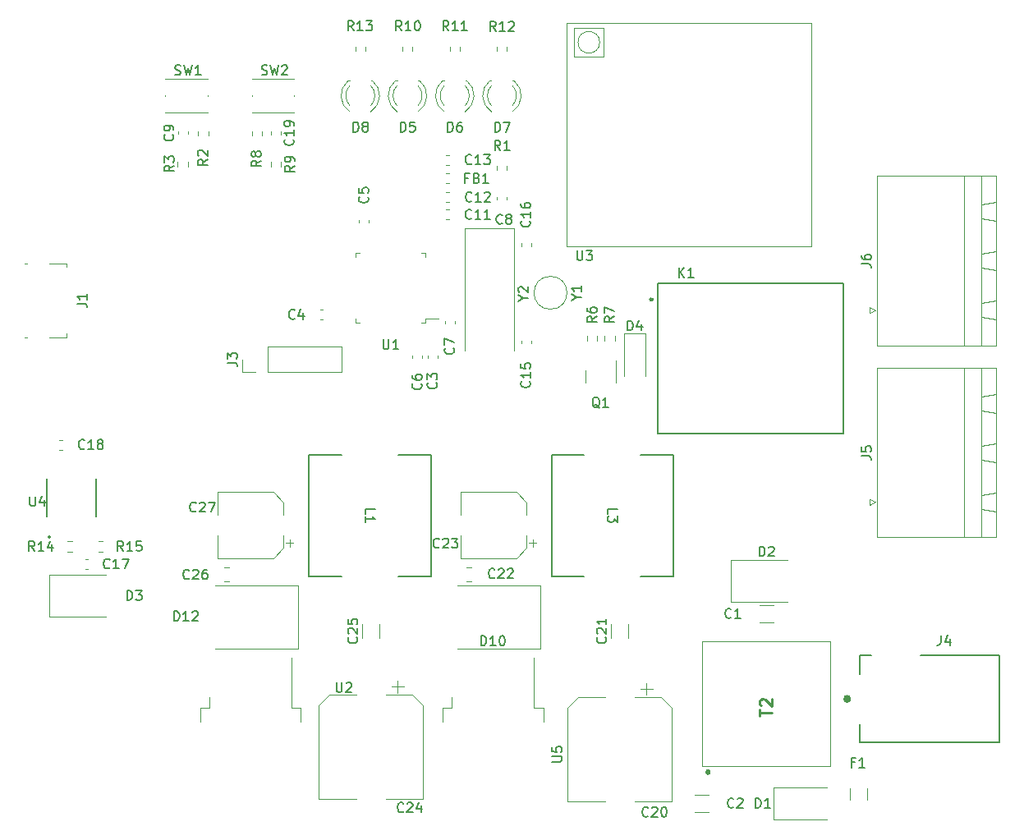
<source format=gbr>
%TF.GenerationSoftware,KiCad,Pcbnew,7.0.1*%
%TF.CreationDate,2023-05-03T11:58:35+03:00*%
%TF.ProjectId,damlama,64616d6c-616d-4612-9e6b-696361645f70,rev?*%
%TF.SameCoordinates,Original*%
%TF.FileFunction,Legend,Top*%
%TF.FilePolarity,Positive*%
%FSLAX46Y46*%
G04 Gerber Fmt 4.6, Leading zero omitted, Abs format (unit mm)*
G04 Created by KiCad (PCBNEW 7.0.1) date 2023-05-03 11:58:35*
%MOMM*%
%LPD*%
G01*
G04 APERTURE LIST*
%ADD10C,0.150000*%
%ADD11C,0.254000*%
%ADD12C,0.120000*%
%ADD13C,0.152400*%
%ADD14C,0.127000*%
%ADD15C,0.400000*%
%ADD16C,0.500000*%
%ADD17C,0.100000*%
%ADD18C,0.300000*%
%ADD19C,0.200000*%
G04 APERTURE END LIST*
D10*
%TO.C,R15*%
X91559142Y-110952619D02*
X91225809Y-110476428D01*
X90987714Y-110952619D02*
X90987714Y-109952619D01*
X90987714Y-109952619D02*
X91368666Y-109952619D01*
X91368666Y-109952619D02*
X91463904Y-110000238D01*
X91463904Y-110000238D02*
X91511523Y-110047857D01*
X91511523Y-110047857D02*
X91559142Y-110143095D01*
X91559142Y-110143095D02*
X91559142Y-110285952D01*
X91559142Y-110285952D02*
X91511523Y-110381190D01*
X91511523Y-110381190D02*
X91463904Y-110428809D01*
X91463904Y-110428809D02*
X91368666Y-110476428D01*
X91368666Y-110476428D02*
X90987714Y-110476428D01*
X92511523Y-110952619D02*
X91940095Y-110952619D01*
X92225809Y-110952619D02*
X92225809Y-109952619D01*
X92225809Y-109952619D02*
X92130571Y-110095476D01*
X92130571Y-110095476D02*
X92035333Y-110190714D01*
X92035333Y-110190714D02*
X91940095Y-110238333D01*
X93416285Y-109952619D02*
X92940095Y-109952619D01*
X92940095Y-109952619D02*
X92892476Y-110428809D01*
X92892476Y-110428809D02*
X92940095Y-110381190D01*
X92940095Y-110381190D02*
X93035333Y-110333571D01*
X93035333Y-110333571D02*
X93273428Y-110333571D01*
X93273428Y-110333571D02*
X93368666Y-110381190D01*
X93368666Y-110381190D02*
X93416285Y-110428809D01*
X93416285Y-110428809D02*
X93463904Y-110524047D01*
X93463904Y-110524047D02*
X93463904Y-110762142D01*
X93463904Y-110762142D02*
X93416285Y-110857380D01*
X93416285Y-110857380D02*
X93368666Y-110905000D01*
X93368666Y-110905000D02*
X93273428Y-110952619D01*
X93273428Y-110952619D02*
X93035333Y-110952619D01*
X93035333Y-110952619D02*
X92940095Y-110905000D01*
X92940095Y-110905000D02*
X92892476Y-110857380D01*
%TO.C,Q1*%
X140664761Y-96202857D02*
X140569523Y-96155238D01*
X140569523Y-96155238D02*
X140474285Y-96060000D01*
X140474285Y-96060000D02*
X140331428Y-95917142D01*
X140331428Y-95917142D02*
X140236190Y-95869523D01*
X140236190Y-95869523D02*
X140140952Y-95869523D01*
X140188571Y-96107619D02*
X140093333Y-96060000D01*
X140093333Y-96060000D02*
X139998095Y-95964761D01*
X139998095Y-95964761D02*
X139950476Y-95774285D01*
X139950476Y-95774285D02*
X139950476Y-95440952D01*
X139950476Y-95440952D02*
X139998095Y-95250476D01*
X139998095Y-95250476D02*
X140093333Y-95155238D01*
X140093333Y-95155238D02*
X140188571Y-95107619D01*
X140188571Y-95107619D02*
X140379047Y-95107619D01*
X140379047Y-95107619D02*
X140474285Y-95155238D01*
X140474285Y-95155238D02*
X140569523Y-95250476D01*
X140569523Y-95250476D02*
X140617142Y-95440952D01*
X140617142Y-95440952D02*
X140617142Y-95774285D01*
X140617142Y-95774285D02*
X140569523Y-95964761D01*
X140569523Y-95964761D02*
X140474285Y-96060000D01*
X140474285Y-96060000D02*
X140379047Y-96107619D01*
X140379047Y-96107619D02*
X140188571Y-96107619D01*
X141569523Y-96107619D02*
X140998095Y-96107619D01*
X141283809Y-96107619D02*
X141283809Y-95107619D01*
X141283809Y-95107619D02*
X141188571Y-95250476D01*
X141188571Y-95250476D02*
X141093333Y-95345714D01*
X141093333Y-95345714D02*
X140998095Y-95393333D01*
%TO.C,U5*%
X135773119Y-132674404D02*
X136582642Y-132674404D01*
X136582642Y-132674404D02*
X136677880Y-132626785D01*
X136677880Y-132626785D02*
X136725500Y-132579166D01*
X136725500Y-132579166D02*
X136773119Y-132483928D01*
X136773119Y-132483928D02*
X136773119Y-132293452D01*
X136773119Y-132293452D02*
X136725500Y-132198214D01*
X136725500Y-132198214D02*
X136677880Y-132150595D01*
X136677880Y-132150595D02*
X136582642Y-132102976D01*
X136582642Y-132102976D02*
X135773119Y-132102976D01*
X135773119Y-131150595D02*
X135773119Y-131626785D01*
X135773119Y-131626785D02*
X136249309Y-131674404D01*
X136249309Y-131674404D02*
X136201690Y-131626785D01*
X136201690Y-131626785D02*
X136154071Y-131531547D01*
X136154071Y-131531547D02*
X136154071Y-131293452D01*
X136154071Y-131293452D02*
X136201690Y-131198214D01*
X136201690Y-131198214D02*
X136249309Y-131150595D01*
X136249309Y-131150595D02*
X136344547Y-131102976D01*
X136344547Y-131102976D02*
X136582642Y-131102976D01*
X136582642Y-131102976D02*
X136677880Y-131150595D01*
X136677880Y-131150595D02*
X136725500Y-131198214D01*
X136725500Y-131198214D02*
X136773119Y-131293452D01*
X136773119Y-131293452D02*
X136773119Y-131531547D01*
X136773119Y-131531547D02*
X136725500Y-131626785D01*
X136725500Y-131626785D02*
X136677880Y-131674404D01*
%TO.C,L3*%
X141537380Y-107112833D02*
X141537380Y-106636643D01*
X141537380Y-106636643D02*
X142537380Y-106636643D01*
X142537380Y-107350929D02*
X142537380Y-107969976D01*
X142537380Y-107969976D02*
X142156428Y-107636643D01*
X142156428Y-107636643D02*
X142156428Y-107779500D01*
X142156428Y-107779500D02*
X142108809Y-107874738D01*
X142108809Y-107874738D02*
X142061190Y-107922357D01*
X142061190Y-107922357D02*
X141965952Y-107969976D01*
X141965952Y-107969976D02*
X141727857Y-107969976D01*
X141727857Y-107969976D02*
X141632619Y-107922357D01*
X141632619Y-107922357D02*
X141585000Y-107874738D01*
X141585000Y-107874738D02*
X141537380Y-107779500D01*
X141537380Y-107779500D02*
X141537380Y-107493786D01*
X141537380Y-107493786D02*
X141585000Y-107398548D01*
X141585000Y-107398548D02*
X141632619Y-107350929D01*
%TO.C,C9*%
X96658630Y-68002666D02*
X96706250Y-68050285D01*
X96706250Y-68050285D02*
X96753869Y-68193142D01*
X96753869Y-68193142D02*
X96753869Y-68288380D01*
X96753869Y-68288380D02*
X96706250Y-68431237D01*
X96706250Y-68431237D02*
X96611011Y-68526475D01*
X96611011Y-68526475D02*
X96515773Y-68574094D01*
X96515773Y-68574094D02*
X96325297Y-68621713D01*
X96325297Y-68621713D02*
X96182440Y-68621713D01*
X96182440Y-68621713D02*
X95991964Y-68574094D01*
X95991964Y-68574094D02*
X95896726Y-68526475D01*
X95896726Y-68526475D02*
X95801488Y-68431237D01*
X95801488Y-68431237D02*
X95753869Y-68288380D01*
X95753869Y-68288380D02*
X95753869Y-68193142D01*
X95753869Y-68193142D02*
X95801488Y-68050285D01*
X95801488Y-68050285D02*
X95849107Y-68002666D01*
X96753869Y-67526475D02*
X96753869Y-67335999D01*
X96753869Y-67335999D02*
X96706250Y-67240761D01*
X96706250Y-67240761D02*
X96658630Y-67193142D01*
X96658630Y-67193142D02*
X96515773Y-67097904D01*
X96515773Y-67097904D02*
X96325297Y-67050285D01*
X96325297Y-67050285D02*
X95944345Y-67050285D01*
X95944345Y-67050285D02*
X95849107Y-67097904D01*
X95849107Y-67097904D02*
X95801488Y-67145523D01*
X95801488Y-67145523D02*
X95753869Y-67240761D01*
X95753869Y-67240761D02*
X95753869Y-67431237D01*
X95753869Y-67431237D02*
X95801488Y-67526475D01*
X95801488Y-67526475D02*
X95849107Y-67574094D01*
X95849107Y-67574094D02*
X95944345Y-67621713D01*
X95944345Y-67621713D02*
X96182440Y-67621713D01*
X96182440Y-67621713D02*
X96277678Y-67574094D01*
X96277678Y-67574094D02*
X96325297Y-67526475D01*
X96325297Y-67526475D02*
X96372916Y-67431237D01*
X96372916Y-67431237D02*
X96372916Y-67240761D01*
X96372916Y-67240761D02*
X96325297Y-67145523D01*
X96325297Y-67145523D02*
X96277678Y-67097904D01*
X96277678Y-67097904D02*
X96182440Y-67050285D01*
%TO.C,J4*%
X175866390Y-119662175D02*
X175866390Y-120377051D01*
X175866390Y-120377051D02*
X175818732Y-120520027D01*
X175818732Y-120520027D02*
X175723415Y-120615344D01*
X175723415Y-120615344D02*
X175580440Y-120663002D01*
X175580440Y-120663002D02*
X175485123Y-120663002D01*
X176771901Y-119995784D02*
X176771901Y-120663002D01*
X176533608Y-119614517D02*
X176295316Y-120329393D01*
X176295316Y-120329393D02*
X176914876Y-120329393D01*
%TO.C,C18*%
X87560142Y-100367380D02*
X87512523Y-100415000D01*
X87512523Y-100415000D02*
X87369666Y-100462619D01*
X87369666Y-100462619D02*
X87274428Y-100462619D01*
X87274428Y-100462619D02*
X87131571Y-100415000D01*
X87131571Y-100415000D02*
X87036333Y-100319761D01*
X87036333Y-100319761D02*
X86988714Y-100224523D01*
X86988714Y-100224523D02*
X86941095Y-100034047D01*
X86941095Y-100034047D02*
X86941095Y-99891190D01*
X86941095Y-99891190D02*
X86988714Y-99700714D01*
X86988714Y-99700714D02*
X87036333Y-99605476D01*
X87036333Y-99605476D02*
X87131571Y-99510238D01*
X87131571Y-99510238D02*
X87274428Y-99462619D01*
X87274428Y-99462619D02*
X87369666Y-99462619D01*
X87369666Y-99462619D02*
X87512523Y-99510238D01*
X87512523Y-99510238D02*
X87560142Y-99557857D01*
X88512523Y-100462619D02*
X87941095Y-100462619D01*
X88226809Y-100462619D02*
X88226809Y-99462619D01*
X88226809Y-99462619D02*
X88131571Y-99605476D01*
X88131571Y-99605476D02*
X88036333Y-99700714D01*
X88036333Y-99700714D02*
X87941095Y-99748333D01*
X89083952Y-99891190D02*
X88988714Y-99843571D01*
X88988714Y-99843571D02*
X88941095Y-99795952D01*
X88941095Y-99795952D02*
X88893476Y-99700714D01*
X88893476Y-99700714D02*
X88893476Y-99653095D01*
X88893476Y-99653095D02*
X88941095Y-99557857D01*
X88941095Y-99557857D02*
X88988714Y-99510238D01*
X88988714Y-99510238D02*
X89083952Y-99462619D01*
X89083952Y-99462619D02*
X89274428Y-99462619D01*
X89274428Y-99462619D02*
X89369666Y-99510238D01*
X89369666Y-99510238D02*
X89417285Y-99557857D01*
X89417285Y-99557857D02*
X89464904Y-99653095D01*
X89464904Y-99653095D02*
X89464904Y-99700714D01*
X89464904Y-99700714D02*
X89417285Y-99795952D01*
X89417285Y-99795952D02*
X89369666Y-99843571D01*
X89369666Y-99843571D02*
X89274428Y-99891190D01*
X89274428Y-99891190D02*
X89083952Y-99891190D01*
X89083952Y-99891190D02*
X88988714Y-99938809D01*
X88988714Y-99938809D02*
X88941095Y-99986428D01*
X88941095Y-99986428D02*
X88893476Y-100081666D01*
X88893476Y-100081666D02*
X88893476Y-100272142D01*
X88893476Y-100272142D02*
X88941095Y-100367380D01*
X88941095Y-100367380D02*
X88988714Y-100415000D01*
X88988714Y-100415000D02*
X89083952Y-100462619D01*
X89083952Y-100462619D02*
X89274428Y-100462619D01*
X89274428Y-100462619D02*
X89369666Y-100415000D01*
X89369666Y-100415000D02*
X89417285Y-100367380D01*
X89417285Y-100367380D02*
X89464904Y-100272142D01*
X89464904Y-100272142D02*
X89464904Y-100081666D01*
X89464904Y-100081666D02*
X89417285Y-99986428D01*
X89417285Y-99986428D02*
X89369666Y-99938809D01*
X89369666Y-99938809D02*
X89274428Y-99891190D01*
%TO.C,R3*%
X96783869Y-71202666D02*
X96307678Y-71535999D01*
X96783869Y-71774094D02*
X95783869Y-71774094D01*
X95783869Y-71774094D02*
X95783869Y-71393142D01*
X95783869Y-71393142D02*
X95831488Y-71297904D01*
X95831488Y-71297904D02*
X95879107Y-71250285D01*
X95879107Y-71250285D02*
X95974345Y-71202666D01*
X95974345Y-71202666D02*
X96117202Y-71202666D01*
X96117202Y-71202666D02*
X96212440Y-71250285D01*
X96212440Y-71250285D02*
X96260059Y-71297904D01*
X96260059Y-71297904D02*
X96307678Y-71393142D01*
X96307678Y-71393142D02*
X96307678Y-71774094D01*
X95783869Y-70869332D02*
X95783869Y-70250285D01*
X95783869Y-70250285D02*
X96164821Y-70583618D01*
X96164821Y-70583618D02*
X96164821Y-70440761D01*
X96164821Y-70440761D02*
X96212440Y-70345523D01*
X96212440Y-70345523D02*
X96260059Y-70297904D01*
X96260059Y-70297904D02*
X96355297Y-70250285D01*
X96355297Y-70250285D02*
X96593392Y-70250285D01*
X96593392Y-70250285D02*
X96688630Y-70297904D01*
X96688630Y-70297904D02*
X96736250Y-70345523D01*
X96736250Y-70345523D02*
X96783869Y-70440761D01*
X96783869Y-70440761D02*
X96783869Y-70726475D01*
X96783869Y-70726475D02*
X96736250Y-70821713D01*
X96736250Y-70821713D02*
X96688630Y-70869332D01*
D11*
%TO.C,T2*%
X157176526Y-127986118D02*
X157176526Y-127260404D01*
X158446526Y-127623261D02*
X157176526Y-127623261D01*
X157297478Y-126897547D02*
X157237002Y-126837071D01*
X157237002Y-126837071D02*
X157176526Y-126716118D01*
X157176526Y-126716118D02*
X157176526Y-126413737D01*
X157176526Y-126413737D02*
X157237002Y-126292785D01*
X157237002Y-126292785D02*
X157297478Y-126232309D01*
X157297478Y-126232309D02*
X157418430Y-126171832D01*
X157418430Y-126171832D02*
X157539383Y-126171832D01*
X157539383Y-126171832D02*
X157720811Y-126232309D01*
X157720811Y-126232309D02*
X158446526Y-126958023D01*
X158446526Y-126958023D02*
X158446526Y-126171832D01*
D10*
%TO.C,R10*%
X120257142Y-57287619D02*
X119923809Y-56811428D01*
X119685714Y-57287619D02*
X119685714Y-56287619D01*
X119685714Y-56287619D02*
X120066666Y-56287619D01*
X120066666Y-56287619D02*
X120161904Y-56335238D01*
X120161904Y-56335238D02*
X120209523Y-56382857D01*
X120209523Y-56382857D02*
X120257142Y-56478095D01*
X120257142Y-56478095D02*
X120257142Y-56620952D01*
X120257142Y-56620952D02*
X120209523Y-56716190D01*
X120209523Y-56716190D02*
X120161904Y-56763809D01*
X120161904Y-56763809D02*
X120066666Y-56811428D01*
X120066666Y-56811428D02*
X119685714Y-56811428D01*
X121209523Y-57287619D02*
X120638095Y-57287619D01*
X120923809Y-57287619D02*
X120923809Y-56287619D01*
X120923809Y-56287619D02*
X120828571Y-56430476D01*
X120828571Y-56430476D02*
X120733333Y-56525714D01*
X120733333Y-56525714D02*
X120638095Y-56573333D01*
X121828571Y-56287619D02*
X121923809Y-56287619D01*
X121923809Y-56287619D02*
X122019047Y-56335238D01*
X122019047Y-56335238D02*
X122066666Y-56382857D01*
X122066666Y-56382857D02*
X122114285Y-56478095D01*
X122114285Y-56478095D02*
X122161904Y-56668571D01*
X122161904Y-56668571D02*
X122161904Y-56906666D01*
X122161904Y-56906666D02*
X122114285Y-57097142D01*
X122114285Y-57097142D02*
X122066666Y-57192380D01*
X122066666Y-57192380D02*
X122019047Y-57240000D01*
X122019047Y-57240000D02*
X121923809Y-57287619D01*
X121923809Y-57287619D02*
X121828571Y-57287619D01*
X121828571Y-57287619D02*
X121733333Y-57240000D01*
X121733333Y-57240000D02*
X121685714Y-57192380D01*
X121685714Y-57192380D02*
X121638095Y-57097142D01*
X121638095Y-57097142D02*
X121590476Y-56906666D01*
X121590476Y-56906666D02*
X121590476Y-56668571D01*
X121590476Y-56668571D02*
X121638095Y-56478095D01*
X121638095Y-56478095D02*
X121685714Y-56382857D01*
X121685714Y-56382857D02*
X121733333Y-56335238D01*
X121733333Y-56335238D02*
X121828571Y-56287619D01*
%TO.C,C6*%
X122243380Y-93681666D02*
X122291000Y-93729285D01*
X122291000Y-93729285D02*
X122338619Y-93872142D01*
X122338619Y-93872142D02*
X122338619Y-93967380D01*
X122338619Y-93967380D02*
X122291000Y-94110237D01*
X122291000Y-94110237D02*
X122195761Y-94205475D01*
X122195761Y-94205475D02*
X122100523Y-94253094D01*
X122100523Y-94253094D02*
X121910047Y-94300713D01*
X121910047Y-94300713D02*
X121767190Y-94300713D01*
X121767190Y-94300713D02*
X121576714Y-94253094D01*
X121576714Y-94253094D02*
X121481476Y-94205475D01*
X121481476Y-94205475D02*
X121386238Y-94110237D01*
X121386238Y-94110237D02*
X121338619Y-93967380D01*
X121338619Y-93967380D02*
X121338619Y-93872142D01*
X121338619Y-93872142D02*
X121386238Y-93729285D01*
X121386238Y-93729285D02*
X121433857Y-93681666D01*
X121338619Y-92824523D02*
X121338619Y-93014999D01*
X121338619Y-93014999D02*
X121386238Y-93110237D01*
X121386238Y-93110237D02*
X121433857Y-93157856D01*
X121433857Y-93157856D02*
X121576714Y-93253094D01*
X121576714Y-93253094D02*
X121767190Y-93300713D01*
X121767190Y-93300713D02*
X122148142Y-93300713D01*
X122148142Y-93300713D02*
X122243380Y-93253094D01*
X122243380Y-93253094D02*
X122291000Y-93205475D01*
X122291000Y-93205475D02*
X122338619Y-93110237D01*
X122338619Y-93110237D02*
X122338619Y-92919761D01*
X122338619Y-92919761D02*
X122291000Y-92824523D01*
X122291000Y-92824523D02*
X122243380Y-92776904D01*
X122243380Y-92776904D02*
X122148142Y-92729285D01*
X122148142Y-92729285D02*
X121910047Y-92729285D01*
X121910047Y-92729285D02*
X121814809Y-92776904D01*
X121814809Y-92776904D02*
X121767190Y-92824523D01*
X121767190Y-92824523D02*
X121719571Y-92919761D01*
X121719571Y-92919761D02*
X121719571Y-93110237D01*
X121719571Y-93110237D02*
X121767190Y-93205475D01*
X121767190Y-93205475D02*
X121814809Y-93253094D01*
X121814809Y-93253094D02*
X121910047Y-93300713D01*
%TO.C,J6*%
X167662619Y-81353333D02*
X168376904Y-81353333D01*
X168376904Y-81353333D02*
X168519761Y-81400952D01*
X168519761Y-81400952D02*
X168615000Y-81496190D01*
X168615000Y-81496190D02*
X168662619Y-81639047D01*
X168662619Y-81639047D02*
X168662619Y-81734285D01*
X167662619Y-80448571D02*
X167662619Y-80639047D01*
X167662619Y-80639047D02*
X167710238Y-80734285D01*
X167710238Y-80734285D02*
X167757857Y-80781904D01*
X167757857Y-80781904D02*
X167900714Y-80877142D01*
X167900714Y-80877142D02*
X168091190Y-80924761D01*
X168091190Y-80924761D02*
X168472142Y-80924761D01*
X168472142Y-80924761D02*
X168567380Y-80877142D01*
X168567380Y-80877142D02*
X168615000Y-80829523D01*
X168615000Y-80829523D02*
X168662619Y-80734285D01*
X168662619Y-80734285D02*
X168662619Y-80543809D01*
X168662619Y-80543809D02*
X168615000Y-80448571D01*
X168615000Y-80448571D02*
X168567380Y-80400952D01*
X168567380Y-80400952D02*
X168472142Y-80353333D01*
X168472142Y-80353333D02*
X168234047Y-80353333D01*
X168234047Y-80353333D02*
X168138809Y-80400952D01*
X168138809Y-80400952D02*
X168091190Y-80448571D01*
X168091190Y-80448571D02*
X168043571Y-80543809D01*
X168043571Y-80543809D02*
X168043571Y-80734285D01*
X168043571Y-80734285D02*
X168091190Y-80829523D01*
X168091190Y-80829523D02*
X168138809Y-80877142D01*
X168138809Y-80877142D02*
X168234047Y-80924761D01*
%TO.C,R12*%
X129957142Y-57337619D02*
X129623809Y-56861428D01*
X129385714Y-57337619D02*
X129385714Y-56337619D01*
X129385714Y-56337619D02*
X129766666Y-56337619D01*
X129766666Y-56337619D02*
X129861904Y-56385238D01*
X129861904Y-56385238D02*
X129909523Y-56432857D01*
X129909523Y-56432857D02*
X129957142Y-56528095D01*
X129957142Y-56528095D02*
X129957142Y-56670952D01*
X129957142Y-56670952D02*
X129909523Y-56766190D01*
X129909523Y-56766190D02*
X129861904Y-56813809D01*
X129861904Y-56813809D02*
X129766666Y-56861428D01*
X129766666Y-56861428D02*
X129385714Y-56861428D01*
X130909523Y-57337619D02*
X130338095Y-57337619D01*
X130623809Y-57337619D02*
X130623809Y-56337619D01*
X130623809Y-56337619D02*
X130528571Y-56480476D01*
X130528571Y-56480476D02*
X130433333Y-56575714D01*
X130433333Y-56575714D02*
X130338095Y-56623333D01*
X131290476Y-56432857D02*
X131338095Y-56385238D01*
X131338095Y-56385238D02*
X131433333Y-56337619D01*
X131433333Y-56337619D02*
X131671428Y-56337619D01*
X131671428Y-56337619D02*
X131766666Y-56385238D01*
X131766666Y-56385238D02*
X131814285Y-56432857D01*
X131814285Y-56432857D02*
X131861904Y-56528095D01*
X131861904Y-56528095D02*
X131861904Y-56623333D01*
X131861904Y-56623333D02*
X131814285Y-56766190D01*
X131814285Y-56766190D02*
X131242857Y-57337619D01*
X131242857Y-57337619D02*
X131861904Y-57337619D01*
%TO.C,C11*%
X127458142Y-76639380D02*
X127410523Y-76687000D01*
X127410523Y-76687000D02*
X127267666Y-76734619D01*
X127267666Y-76734619D02*
X127172428Y-76734619D01*
X127172428Y-76734619D02*
X127029571Y-76687000D01*
X127029571Y-76687000D02*
X126934333Y-76591761D01*
X126934333Y-76591761D02*
X126886714Y-76496523D01*
X126886714Y-76496523D02*
X126839095Y-76306047D01*
X126839095Y-76306047D02*
X126839095Y-76163190D01*
X126839095Y-76163190D02*
X126886714Y-75972714D01*
X126886714Y-75972714D02*
X126934333Y-75877476D01*
X126934333Y-75877476D02*
X127029571Y-75782238D01*
X127029571Y-75782238D02*
X127172428Y-75734619D01*
X127172428Y-75734619D02*
X127267666Y-75734619D01*
X127267666Y-75734619D02*
X127410523Y-75782238D01*
X127410523Y-75782238D02*
X127458142Y-75829857D01*
X128410523Y-76734619D02*
X127839095Y-76734619D01*
X128124809Y-76734619D02*
X128124809Y-75734619D01*
X128124809Y-75734619D02*
X128029571Y-75877476D01*
X128029571Y-75877476D02*
X127934333Y-75972714D01*
X127934333Y-75972714D02*
X127839095Y-76020333D01*
X129362904Y-76734619D02*
X128791476Y-76734619D01*
X129077190Y-76734619D02*
X129077190Y-75734619D01*
X129077190Y-75734619D02*
X128981952Y-75877476D01*
X128981952Y-75877476D02*
X128886714Y-75972714D01*
X128886714Y-75972714D02*
X128791476Y-76020333D01*
%TO.C,R6*%
X140362619Y-86766666D02*
X139886428Y-87099999D01*
X140362619Y-87338094D02*
X139362619Y-87338094D01*
X139362619Y-87338094D02*
X139362619Y-86957142D01*
X139362619Y-86957142D02*
X139410238Y-86861904D01*
X139410238Y-86861904D02*
X139457857Y-86814285D01*
X139457857Y-86814285D02*
X139553095Y-86766666D01*
X139553095Y-86766666D02*
X139695952Y-86766666D01*
X139695952Y-86766666D02*
X139791190Y-86814285D01*
X139791190Y-86814285D02*
X139838809Y-86861904D01*
X139838809Y-86861904D02*
X139886428Y-86957142D01*
X139886428Y-86957142D02*
X139886428Y-87338094D01*
X139362619Y-85909523D02*
X139362619Y-86099999D01*
X139362619Y-86099999D02*
X139410238Y-86195237D01*
X139410238Y-86195237D02*
X139457857Y-86242856D01*
X139457857Y-86242856D02*
X139600714Y-86338094D01*
X139600714Y-86338094D02*
X139791190Y-86385713D01*
X139791190Y-86385713D02*
X140172142Y-86385713D01*
X140172142Y-86385713D02*
X140267380Y-86338094D01*
X140267380Y-86338094D02*
X140315000Y-86290475D01*
X140315000Y-86290475D02*
X140362619Y-86195237D01*
X140362619Y-86195237D02*
X140362619Y-86004761D01*
X140362619Y-86004761D02*
X140315000Y-85909523D01*
X140315000Y-85909523D02*
X140267380Y-85861904D01*
X140267380Y-85861904D02*
X140172142Y-85814285D01*
X140172142Y-85814285D02*
X139934047Y-85814285D01*
X139934047Y-85814285D02*
X139838809Y-85861904D01*
X139838809Y-85861904D02*
X139791190Y-85909523D01*
X139791190Y-85909523D02*
X139743571Y-86004761D01*
X139743571Y-86004761D02*
X139743571Y-86195237D01*
X139743571Y-86195237D02*
X139791190Y-86290475D01*
X139791190Y-86290475D02*
X139838809Y-86338094D01*
X139838809Y-86338094D02*
X139934047Y-86385713D01*
%TO.C,R8*%
X105776369Y-70692607D02*
X105300178Y-71025940D01*
X105776369Y-71264035D02*
X104776369Y-71264035D01*
X104776369Y-71264035D02*
X104776369Y-70883083D01*
X104776369Y-70883083D02*
X104823988Y-70787845D01*
X104823988Y-70787845D02*
X104871607Y-70740226D01*
X104871607Y-70740226D02*
X104966845Y-70692607D01*
X104966845Y-70692607D02*
X105109702Y-70692607D01*
X105109702Y-70692607D02*
X105204940Y-70740226D01*
X105204940Y-70740226D02*
X105252559Y-70787845D01*
X105252559Y-70787845D02*
X105300178Y-70883083D01*
X105300178Y-70883083D02*
X105300178Y-71264035D01*
X105204940Y-70121178D02*
X105157321Y-70216416D01*
X105157321Y-70216416D02*
X105109702Y-70264035D01*
X105109702Y-70264035D02*
X105014464Y-70311654D01*
X105014464Y-70311654D02*
X104966845Y-70311654D01*
X104966845Y-70311654D02*
X104871607Y-70264035D01*
X104871607Y-70264035D02*
X104823988Y-70216416D01*
X104823988Y-70216416D02*
X104776369Y-70121178D01*
X104776369Y-70121178D02*
X104776369Y-69930702D01*
X104776369Y-69930702D02*
X104823988Y-69835464D01*
X104823988Y-69835464D02*
X104871607Y-69787845D01*
X104871607Y-69787845D02*
X104966845Y-69740226D01*
X104966845Y-69740226D02*
X105014464Y-69740226D01*
X105014464Y-69740226D02*
X105109702Y-69787845D01*
X105109702Y-69787845D02*
X105157321Y-69835464D01*
X105157321Y-69835464D02*
X105204940Y-69930702D01*
X105204940Y-69930702D02*
X105204940Y-70121178D01*
X105204940Y-70121178D02*
X105252559Y-70216416D01*
X105252559Y-70216416D02*
X105300178Y-70264035D01*
X105300178Y-70264035D02*
X105395416Y-70311654D01*
X105395416Y-70311654D02*
X105585892Y-70311654D01*
X105585892Y-70311654D02*
X105681130Y-70264035D01*
X105681130Y-70264035D02*
X105728750Y-70216416D01*
X105728750Y-70216416D02*
X105776369Y-70121178D01*
X105776369Y-70121178D02*
X105776369Y-69930702D01*
X105776369Y-69930702D02*
X105728750Y-69835464D01*
X105728750Y-69835464D02*
X105681130Y-69787845D01*
X105681130Y-69787845D02*
X105585892Y-69740226D01*
X105585892Y-69740226D02*
X105395416Y-69740226D01*
X105395416Y-69740226D02*
X105300178Y-69787845D01*
X105300178Y-69787845D02*
X105252559Y-69835464D01*
X105252559Y-69835464D02*
X105204940Y-69930702D01*
%TO.C,C17*%
X90157142Y-112667380D02*
X90109523Y-112715000D01*
X90109523Y-112715000D02*
X89966666Y-112762619D01*
X89966666Y-112762619D02*
X89871428Y-112762619D01*
X89871428Y-112762619D02*
X89728571Y-112715000D01*
X89728571Y-112715000D02*
X89633333Y-112619761D01*
X89633333Y-112619761D02*
X89585714Y-112524523D01*
X89585714Y-112524523D02*
X89538095Y-112334047D01*
X89538095Y-112334047D02*
X89538095Y-112191190D01*
X89538095Y-112191190D02*
X89585714Y-112000714D01*
X89585714Y-112000714D02*
X89633333Y-111905476D01*
X89633333Y-111905476D02*
X89728571Y-111810238D01*
X89728571Y-111810238D02*
X89871428Y-111762619D01*
X89871428Y-111762619D02*
X89966666Y-111762619D01*
X89966666Y-111762619D02*
X90109523Y-111810238D01*
X90109523Y-111810238D02*
X90157142Y-111857857D01*
X91109523Y-112762619D02*
X90538095Y-112762619D01*
X90823809Y-112762619D02*
X90823809Y-111762619D01*
X90823809Y-111762619D02*
X90728571Y-111905476D01*
X90728571Y-111905476D02*
X90633333Y-112000714D01*
X90633333Y-112000714D02*
X90538095Y-112048333D01*
X91442857Y-111762619D02*
X92109523Y-111762619D01*
X92109523Y-111762619D02*
X91680952Y-112762619D01*
%TO.C,J1*%
X86787619Y-85445833D02*
X87501904Y-85445833D01*
X87501904Y-85445833D02*
X87644761Y-85493452D01*
X87644761Y-85493452D02*
X87740000Y-85588690D01*
X87740000Y-85588690D02*
X87787619Y-85731547D01*
X87787619Y-85731547D02*
X87787619Y-85826785D01*
X87787619Y-84445833D02*
X87787619Y-85017261D01*
X87787619Y-84731547D02*
X86787619Y-84731547D01*
X86787619Y-84731547D02*
X86930476Y-84826785D01*
X86930476Y-84826785D02*
X87025714Y-84922023D01*
X87025714Y-84922023D02*
X87073333Y-85017261D01*
%TO.C,R1*%
X130439333Y-69622619D02*
X130106000Y-69146428D01*
X129867905Y-69622619D02*
X129867905Y-68622619D01*
X129867905Y-68622619D02*
X130248857Y-68622619D01*
X130248857Y-68622619D02*
X130344095Y-68670238D01*
X130344095Y-68670238D02*
X130391714Y-68717857D01*
X130391714Y-68717857D02*
X130439333Y-68813095D01*
X130439333Y-68813095D02*
X130439333Y-68955952D01*
X130439333Y-68955952D02*
X130391714Y-69051190D01*
X130391714Y-69051190D02*
X130344095Y-69098809D01*
X130344095Y-69098809D02*
X130248857Y-69146428D01*
X130248857Y-69146428D02*
X129867905Y-69146428D01*
X131391714Y-69622619D02*
X130820286Y-69622619D01*
X131106000Y-69622619D02*
X131106000Y-68622619D01*
X131106000Y-68622619D02*
X131010762Y-68765476D01*
X131010762Y-68765476D02*
X130915524Y-68860714D01*
X130915524Y-68860714D02*
X130820286Y-68908333D01*
%TO.C,K1*%
X148846205Y-82749323D02*
X148846205Y-81749229D01*
X149417687Y-82749323D02*
X148989076Y-82177841D01*
X149417687Y-81749229D02*
X148846205Y-82320711D01*
X150370158Y-82749323D02*
X149798676Y-82749323D01*
X150084417Y-82749323D02*
X150084417Y-81749229D01*
X150084417Y-81749229D02*
X149989170Y-81892100D01*
X149989170Y-81892100D02*
X149893923Y-81987347D01*
X149893923Y-81987347D02*
X149798676Y-82034970D01*
%TO.C,U2*%
X113538095Y-124504119D02*
X113538095Y-125313642D01*
X113538095Y-125313642D02*
X113585714Y-125408880D01*
X113585714Y-125408880D02*
X113633333Y-125456500D01*
X113633333Y-125456500D02*
X113728571Y-125504119D01*
X113728571Y-125504119D02*
X113919047Y-125504119D01*
X113919047Y-125504119D02*
X114014285Y-125456500D01*
X114014285Y-125456500D02*
X114061904Y-125408880D01*
X114061904Y-125408880D02*
X114109523Y-125313642D01*
X114109523Y-125313642D02*
X114109523Y-124504119D01*
X114538095Y-124599357D02*
X114585714Y-124551738D01*
X114585714Y-124551738D02*
X114680952Y-124504119D01*
X114680952Y-124504119D02*
X114919047Y-124504119D01*
X114919047Y-124504119D02*
X115014285Y-124551738D01*
X115014285Y-124551738D02*
X115061904Y-124599357D01*
X115061904Y-124599357D02*
X115109523Y-124694595D01*
X115109523Y-124694595D02*
X115109523Y-124789833D01*
X115109523Y-124789833D02*
X115061904Y-124932690D01*
X115061904Y-124932690D02*
X114490476Y-125504119D01*
X114490476Y-125504119D02*
X115109523Y-125504119D01*
%TO.C,C26*%
X98357142Y-113767380D02*
X98309523Y-113815000D01*
X98309523Y-113815000D02*
X98166666Y-113862619D01*
X98166666Y-113862619D02*
X98071428Y-113862619D01*
X98071428Y-113862619D02*
X97928571Y-113815000D01*
X97928571Y-113815000D02*
X97833333Y-113719761D01*
X97833333Y-113719761D02*
X97785714Y-113624523D01*
X97785714Y-113624523D02*
X97738095Y-113434047D01*
X97738095Y-113434047D02*
X97738095Y-113291190D01*
X97738095Y-113291190D02*
X97785714Y-113100714D01*
X97785714Y-113100714D02*
X97833333Y-113005476D01*
X97833333Y-113005476D02*
X97928571Y-112910238D01*
X97928571Y-112910238D02*
X98071428Y-112862619D01*
X98071428Y-112862619D02*
X98166666Y-112862619D01*
X98166666Y-112862619D02*
X98309523Y-112910238D01*
X98309523Y-112910238D02*
X98357142Y-112957857D01*
X98738095Y-112957857D02*
X98785714Y-112910238D01*
X98785714Y-112910238D02*
X98880952Y-112862619D01*
X98880952Y-112862619D02*
X99119047Y-112862619D01*
X99119047Y-112862619D02*
X99214285Y-112910238D01*
X99214285Y-112910238D02*
X99261904Y-112957857D01*
X99261904Y-112957857D02*
X99309523Y-113053095D01*
X99309523Y-113053095D02*
X99309523Y-113148333D01*
X99309523Y-113148333D02*
X99261904Y-113291190D01*
X99261904Y-113291190D02*
X98690476Y-113862619D01*
X98690476Y-113862619D02*
X99309523Y-113862619D01*
X100166666Y-112862619D02*
X99976190Y-112862619D01*
X99976190Y-112862619D02*
X99880952Y-112910238D01*
X99880952Y-112910238D02*
X99833333Y-112957857D01*
X99833333Y-112957857D02*
X99738095Y-113100714D01*
X99738095Y-113100714D02*
X99690476Y-113291190D01*
X99690476Y-113291190D02*
X99690476Y-113672142D01*
X99690476Y-113672142D02*
X99738095Y-113767380D01*
X99738095Y-113767380D02*
X99785714Y-113815000D01*
X99785714Y-113815000D02*
X99880952Y-113862619D01*
X99880952Y-113862619D02*
X100071428Y-113862619D01*
X100071428Y-113862619D02*
X100166666Y-113815000D01*
X100166666Y-113815000D02*
X100214285Y-113767380D01*
X100214285Y-113767380D02*
X100261904Y-113672142D01*
X100261904Y-113672142D02*
X100261904Y-113434047D01*
X100261904Y-113434047D02*
X100214285Y-113338809D01*
X100214285Y-113338809D02*
X100166666Y-113291190D01*
X100166666Y-113291190D02*
X100071428Y-113243571D01*
X100071428Y-113243571D02*
X99880952Y-113243571D01*
X99880952Y-113243571D02*
X99785714Y-113291190D01*
X99785714Y-113291190D02*
X99738095Y-113338809D01*
X99738095Y-113338809D02*
X99690476Y-113434047D01*
%TO.C,D4*%
X143533905Y-88207619D02*
X143533905Y-87207619D01*
X143533905Y-87207619D02*
X143772000Y-87207619D01*
X143772000Y-87207619D02*
X143914857Y-87255238D01*
X143914857Y-87255238D02*
X144010095Y-87350476D01*
X144010095Y-87350476D02*
X144057714Y-87445714D01*
X144057714Y-87445714D02*
X144105333Y-87636190D01*
X144105333Y-87636190D02*
X144105333Y-87779047D01*
X144105333Y-87779047D02*
X144057714Y-87969523D01*
X144057714Y-87969523D02*
X144010095Y-88064761D01*
X144010095Y-88064761D02*
X143914857Y-88160000D01*
X143914857Y-88160000D02*
X143772000Y-88207619D01*
X143772000Y-88207619D02*
X143533905Y-88207619D01*
X144962476Y-87540952D02*
X144962476Y-88207619D01*
X144724381Y-87160000D02*
X144486286Y-87874285D01*
X144486286Y-87874285D02*
X145105333Y-87874285D01*
%TO.C,C16*%
X133453380Y-76913857D02*
X133501000Y-76961476D01*
X133501000Y-76961476D02*
X133548619Y-77104333D01*
X133548619Y-77104333D02*
X133548619Y-77199571D01*
X133548619Y-77199571D02*
X133501000Y-77342428D01*
X133501000Y-77342428D02*
X133405761Y-77437666D01*
X133405761Y-77437666D02*
X133310523Y-77485285D01*
X133310523Y-77485285D02*
X133120047Y-77532904D01*
X133120047Y-77532904D02*
X132977190Y-77532904D01*
X132977190Y-77532904D02*
X132786714Y-77485285D01*
X132786714Y-77485285D02*
X132691476Y-77437666D01*
X132691476Y-77437666D02*
X132596238Y-77342428D01*
X132596238Y-77342428D02*
X132548619Y-77199571D01*
X132548619Y-77199571D02*
X132548619Y-77104333D01*
X132548619Y-77104333D02*
X132596238Y-76961476D01*
X132596238Y-76961476D02*
X132643857Y-76913857D01*
X133548619Y-75961476D02*
X133548619Y-76532904D01*
X133548619Y-76247190D02*
X132548619Y-76247190D01*
X132548619Y-76247190D02*
X132691476Y-76342428D01*
X132691476Y-76342428D02*
X132786714Y-76437666D01*
X132786714Y-76437666D02*
X132834333Y-76532904D01*
X132548619Y-75104333D02*
X132548619Y-75294809D01*
X132548619Y-75294809D02*
X132596238Y-75390047D01*
X132596238Y-75390047D02*
X132643857Y-75437666D01*
X132643857Y-75437666D02*
X132786714Y-75532904D01*
X132786714Y-75532904D02*
X132977190Y-75580523D01*
X132977190Y-75580523D02*
X133358142Y-75580523D01*
X133358142Y-75580523D02*
X133453380Y-75532904D01*
X133453380Y-75532904D02*
X133501000Y-75485285D01*
X133501000Y-75485285D02*
X133548619Y-75390047D01*
X133548619Y-75390047D02*
X133548619Y-75199571D01*
X133548619Y-75199571D02*
X133501000Y-75104333D01*
X133501000Y-75104333D02*
X133453380Y-75056714D01*
X133453380Y-75056714D02*
X133358142Y-75009095D01*
X133358142Y-75009095D02*
X133120047Y-75009095D01*
X133120047Y-75009095D02*
X133024809Y-75056714D01*
X133024809Y-75056714D02*
X132977190Y-75104333D01*
X132977190Y-75104333D02*
X132929571Y-75199571D01*
X132929571Y-75199571D02*
X132929571Y-75390047D01*
X132929571Y-75390047D02*
X132977190Y-75485285D01*
X132977190Y-75485285D02*
X133024809Y-75532904D01*
X133024809Y-75532904D02*
X133120047Y-75580523D01*
%TO.C,D3*%
X91941905Y-116032619D02*
X91941905Y-115032619D01*
X91941905Y-115032619D02*
X92180000Y-115032619D01*
X92180000Y-115032619D02*
X92322857Y-115080238D01*
X92322857Y-115080238D02*
X92418095Y-115175476D01*
X92418095Y-115175476D02*
X92465714Y-115270714D01*
X92465714Y-115270714D02*
X92513333Y-115461190D01*
X92513333Y-115461190D02*
X92513333Y-115604047D01*
X92513333Y-115604047D02*
X92465714Y-115794523D01*
X92465714Y-115794523D02*
X92418095Y-115889761D01*
X92418095Y-115889761D02*
X92322857Y-115985000D01*
X92322857Y-115985000D02*
X92180000Y-116032619D01*
X92180000Y-116032619D02*
X91941905Y-116032619D01*
X92846667Y-115032619D02*
X93465714Y-115032619D01*
X93465714Y-115032619D02*
X93132381Y-115413571D01*
X93132381Y-115413571D02*
X93275238Y-115413571D01*
X93275238Y-115413571D02*
X93370476Y-115461190D01*
X93370476Y-115461190D02*
X93418095Y-115508809D01*
X93418095Y-115508809D02*
X93465714Y-115604047D01*
X93465714Y-115604047D02*
X93465714Y-115842142D01*
X93465714Y-115842142D02*
X93418095Y-115937380D01*
X93418095Y-115937380D02*
X93370476Y-115985000D01*
X93370476Y-115985000D02*
X93275238Y-116032619D01*
X93275238Y-116032619D02*
X92989524Y-116032619D01*
X92989524Y-116032619D02*
X92894286Y-115985000D01*
X92894286Y-115985000D02*
X92846667Y-115937380D01*
%TO.C,R14*%
X82415142Y-110952619D02*
X82081809Y-110476428D01*
X81843714Y-110952619D02*
X81843714Y-109952619D01*
X81843714Y-109952619D02*
X82224666Y-109952619D01*
X82224666Y-109952619D02*
X82319904Y-110000238D01*
X82319904Y-110000238D02*
X82367523Y-110047857D01*
X82367523Y-110047857D02*
X82415142Y-110143095D01*
X82415142Y-110143095D02*
X82415142Y-110285952D01*
X82415142Y-110285952D02*
X82367523Y-110381190D01*
X82367523Y-110381190D02*
X82319904Y-110428809D01*
X82319904Y-110428809D02*
X82224666Y-110476428D01*
X82224666Y-110476428D02*
X81843714Y-110476428D01*
X83367523Y-110952619D02*
X82796095Y-110952619D01*
X83081809Y-110952619D02*
X83081809Y-109952619D01*
X83081809Y-109952619D02*
X82986571Y-110095476D01*
X82986571Y-110095476D02*
X82891333Y-110190714D01*
X82891333Y-110190714D02*
X82796095Y-110238333D01*
X84224666Y-110285952D02*
X84224666Y-110952619D01*
X83986571Y-109905000D02*
X83748476Y-110619285D01*
X83748476Y-110619285D02*
X84367523Y-110619285D01*
%TO.C,FB1*%
X127145166Y-72480809D02*
X126811833Y-72480809D01*
X126811833Y-73004619D02*
X126811833Y-72004619D01*
X126811833Y-72004619D02*
X127288023Y-72004619D01*
X128002309Y-72480809D02*
X128145166Y-72528428D01*
X128145166Y-72528428D02*
X128192785Y-72576047D01*
X128192785Y-72576047D02*
X128240404Y-72671285D01*
X128240404Y-72671285D02*
X128240404Y-72814142D01*
X128240404Y-72814142D02*
X128192785Y-72909380D01*
X128192785Y-72909380D02*
X128145166Y-72957000D01*
X128145166Y-72957000D02*
X128049928Y-73004619D01*
X128049928Y-73004619D02*
X127668976Y-73004619D01*
X127668976Y-73004619D02*
X127668976Y-72004619D01*
X127668976Y-72004619D02*
X128002309Y-72004619D01*
X128002309Y-72004619D02*
X128097547Y-72052238D01*
X128097547Y-72052238D02*
X128145166Y-72099857D01*
X128145166Y-72099857D02*
X128192785Y-72195095D01*
X128192785Y-72195095D02*
X128192785Y-72290333D01*
X128192785Y-72290333D02*
X128145166Y-72385571D01*
X128145166Y-72385571D02*
X128097547Y-72433190D01*
X128097547Y-72433190D02*
X128002309Y-72480809D01*
X128002309Y-72480809D02*
X127668976Y-72480809D01*
X129192785Y-73004619D02*
X128621357Y-73004619D01*
X128907071Y-73004619D02*
X128907071Y-72004619D01*
X128907071Y-72004619D02*
X128811833Y-72147476D01*
X128811833Y-72147476D02*
X128716595Y-72242714D01*
X128716595Y-72242714D02*
X128621357Y-72290333D01*
%TO.C,C15*%
X133453380Y-93463857D02*
X133501000Y-93511476D01*
X133501000Y-93511476D02*
X133548619Y-93654333D01*
X133548619Y-93654333D02*
X133548619Y-93749571D01*
X133548619Y-93749571D02*
X133501000Y-93892428D01*
X133501000Y-93892428D02*
X133405761Y-93987666D01*
X133405761Y-93987666D02*
X133310523Y-94035285D01*
X133310523Y-94035285D02*
X133120047Y-94082904D01*
X133120047Y-94082904D02*
X132977190Y-94082904D01*
X132977190Y-94082904D02*
X132786714Y-94035285D01*
X132786714Y-94035285D02*
X132691476Y-93987666D01*
X132691476Y-93987666D02*
X132596238Y-93892428D01*
X132596238Y-93892428D02*
X132548619Y-93749571D01*
X132548619Y-93749571D02*
X132548619Y-93654333D01*
X132548619Y-93654333D02*
X132596238Y-93511476D01*
X132596238Y-93511476D02*
X132643857Y-93463857D01*
X133548619Y-92511476D02*
X133548619Y-93082904D01*
X133548619Y-92797190D02*
X132548619Y-92797190D01*
X132548619Y-92797190D02*
X132691476Y-92892428D01*
X132691476Y-92892428D02*
X132786714Y-92987666D01*
X132786714Y-92987666D02*
X132834333Y-93082904D01*
X132548619Y-91606714D02*
X132548619Y-92082904D01*
X132548619Y-92082904D02*
X133024809Y-92130523D01*
X133024809Y-92130523D02*
X132977190Y-92082904D01*
X132977190Y-92082904D02*
X132929571Y-91987666D01*
X132929571Y-91987666D02*
X132929571Y-91749571D01*
X132929571Y-91749571D02*
X132977190Y-91654333D01*
X132977190Y-91654333D02*
X133024809Y-91606714D01*
X133024809Y-91606714D02*
X133120047Y-91559095D01*
X133120047Y-91559095D02*
X133358142Y-91559095D01*
X133358142Y-91559095D02*
X133453380Y-91606714D01*
X133453380Y-91606714D02*
X133501000Y-91654333D01*
X133501000Y-91654333D02*
X133548619Y-91749571D01*
X133548619Y-91749571D02*
X133548619Y-91987666D01*
X133548619Y-91987666D02*
X133501000Y-92082904D01*
X133501000Y-92082904D02*
X133453380Y-92130523D01*
%TO.C,D5*%
X120128573Y-67727619D02*
X120128573Y-66727619D01*
X120128573Y-66727619D02*
X120366668Y-66727619D01*
X120366668Y-66727619D02*
X120509525Y-66775238D01*
X120509525Y-66775238D02*
X120604763Y-66870476D01*
X120604763Y-66870476D02*
X120652382Y-66965714D01*
X120652382Y-66965714D02*
X120700001Y-67156190D01*
X120700001Y-67156190D02*
X120700001Y-67299047D01*
X120700001Y-67299047D02*
X120652382Y-67489523D01*
X120652382Y-67489523D02*
X120604763Y-67584761D01*
X120604763Y-67584761D02*
X120509525Y-67680000D01*
X120509525Y-67680000D02*
X120366668Y-67727619D01*
X120366668Y-67727619D02*
X120128573Y-67727619D01*
X121604763Y-66727619D02*
X121128573Y-66727619D01*
X121128573Y-66727619D02*
X121080954Y-67203809D01*
X121080954Y-67203809D02*
X121128573Y-67156190D01*
X121128573Y-67156190D02*
X121223811Y-67108571D01*
X121223811Y-67108571D02*
X121461906Y-67108571D01*
X121461906Y-67108571D02*
X121557144Y-67156190D01*
X121557144Y-67156190D02*
X121604763Y-67203809D01*
X121604763Y-67203809D02*
X121652382Y-67299047D01*
X121652382Y-67299047D02*
X121652382Y-67537142D01*
X121652382Y-67537142D02*
X121604763Y-67632380D01*
X121604763Y-67632380D02*
X121557144Y-67680000D01*
X121557144Y-67680000D02*
X121461906Y-67727619D01*
X121461906Y-67727619D02*
X121223811Y-67727619D01*
X121223811Y-67727619D02*
X121128573Y-67680000D01*
X121128573Y-67680000D02*
X121080954Y-67632380D01*
%TO.C,U3*%
X138338095Y-79980619D02*
X138338095Y-80790142D01*
X138338095Y-80790142D02*
X138385714Y-80885380D01*
X138385714Y-80885380D02*
X138433333Y-80933000D01*
X138433333Y-80933000D02*
X138528571Y-80980619D01*
X138528571Y-80980619D02*
X138719047Y-80980619D01*
X138719047Y-80980619D02*
X138814285Y-80933000D01*
X138814285Y-80933000D02*
X138861904Y-80885380D01*
X138861904Y-80885380D02*
X138909523Y-80790142D01*
X138909523Y-80790142D02*
X138909523Y-79980619D01*
X139290476Y-79980619D02*
X139909523Y-79980619D01*
X139909523Y-79980619D02*
X139576190Y-80361571D01*
X139576190Y-80361571D02*
X139719047Y-80361571D01*
X139719047Y-80361571D02*
X139814285Y-80409190D01*
X139814285Y-80409190D02*
X139861904Y-80456809D01*
X139861904Y-80456809D02*
X139909523Y-80552047D01*
X139909523Y-80552047D02*
X139909523Y-80790142D01*
X139909523Y-80790142D02*
X139861904Y-80885380D01*
X139861904Y-80885380D02*
X139814285Y-80933000D01*
X139814285Y-80933000D02*
X139719047Y-80980619D01*
X139719047Y-80980619D02*
X139433333Y-80980619D01*
X139433333Y-80980619D02*
X139338095Y-80933000D01*
X139338095Y-80933000D02*
X139290476Y-80885380D01*
%TO.C,U1*%
X118364095Y-89132619D02*
X118364095Y-89942142D01*
X118364095Y-89942142D02*
X118411714Y-90037380D01*
X118411714Y-90037380D02*
X118459333Y-90085000D01*
X118459333Y-90085000D02*
X118554571Y-90132619D01*
X118554571Y-90132619D02*
X118745047Y-90132619D01*
X118745047Y-90132619D02*
X118840285Y-90085000D01*
X118840285Y-90085000D02*
X118887904Y-90037380D01*
X118887904Y-90037380D02*
X118935523Y-89942142D01*
X118935523Y-89942142D02*
X118935523Y-89132619D01*
X119935523Y-90132619D02*
X119364095Y-90132619D01*
X119649809Y-90132619D02*
X119649809Y-89132619D01*
X119649809Y-89132619D02*
X119554571Y-89275476D01*
X119554571Y-89275476D02*
X119459333Y-89370714D01*
X119459333Y-89370714D02*
X119364095Y-89418333D01*
%TO.C,C19*%
X109051130Y-68498798D02*
X109098750Y-68546417D01*
X109098750Y-68546417D02*
X109146369Y-68689274D01*
X109146369Y-68689274D02*
X109146369Y-68784512D01*
X109146369Y-68784512D02*
X109098750Y-68927369D01*
X109098750Y-68927369D02*
X109003511Y-69022607D01*
X109003511Y-69022607D02*
X108908273Y-69070226D01*
X108908273Y-69070226D02*
X108717797Y-69117845D01*
X108717797Y-69117845D02*
X108574940Y-69117845D01*
X108574940Y-69117845D02*
X108384464Y-69070226D01*
X108384464Y-69070226D02*
X108289226Y-69022607D01*
X108289226Y-69022607D02*
X108193988Y-68927369D01*
X108193988Y-68927369D02*
X108146369Y-68784512D01*
X108146369Y-68784512D02*
X108146369Y-68689274D01*
X108146369Y-68689274D02*
X108193988Y-68546417D01*
X108193988Y-68546417D02*
X108241607Y-68498798D01*
X109146369Y-67546417D02*
X109146369Y-68117845D01*
X109146369Y-67832131D02*
X108146369Y-67832131D01*
X108146369Y-67832131D02*
X108289226Y-67927369D01*
X108289226Y-67927369D02*
X108384464Y-68022607D01*
X108384464Y-68022607D02*
X108432083Y-68117845D01*
X109146369Y-67070226D02*
X109146369Y-66879750D01*
X109146369Y-66879750D02*
X109098750Y-66784512D01*
X109098750Y-66784512D02*
X109051130Y-66736893D01*
X109051130Y-66736893D02*
X108908273Y-66641655D01*
X108908273Y-66641655D02*
X108717797Y-66594036D01*
X108717797Y-66594036D02*
X108336845Y-66594036D01*
X108336845Y-66594036D02*
X108241607Y-66641655D01*
X108241607Y-66641655D02*
X108193988Y-66689274D01*
X108193988Y-66689274D02*
X108146369Y-66784512D01*
X108146369Y-66784512D02*
X108146369Y-66974988D01*
X108146369Y-66974988D02*
X108193988Y-67070226D01*
X108193988Y-67070226D02*
X108241607Y-67117845D01*
X108241607Y-67117845D02*
X108336845Y-67165464D01*
X108336845Y-67165464D02*
X108574940Y-67165464D01*
X108574940Y-67165464D02*
X108670178Y-67117845D01*
X108670178Y-67117845D02*
X108717797Y-67070226D01*
X108717797Y-67070226D02*
X108765416Y-66974988D01*
X108765416Y-66974988D02*
X108765416Y-66784512D01*
X108765416Y-66784512D02*
X108717797Y-66689274D01*
X108717797Y-66689274D02*
X108670178Y-66641655D01*
X108670178Y-66641655D02*
X108574940Y-66594036D01*
%TO.C,J5*%
X167685119Y-101153333D02*
X168399404Y-101153333D01*
X168399404Y-101153333D02*
X168542261Y-101200952D01*
X168542261Y-101200952D02*
X168637500Y-101296190D01*
X168637500Y-101296190D02*
X168685119Y-101439047D01*
X168685119Y-101439047D02*
X168685119Y-101534285D01*
X167685119Y-100200952D02*
X167685119Y-100677142D01*
X167685119Y-100677142D02*
X168161309Y-100724761D01*
X168161309Y-100724761D02*
X168113690Y-100677142D01*
X168113690Y-100677142D02*
X168066071Y-100581904D01*
X168066071Y-100581904D02*
X168066071Y-100343809D01*
X168066071Y-100343809D02*
X168113690Y-100248571D01*
X168113690Y-100248571D02*
X168161309Y-100200952D01*
X168161309Y-100200952D02*
X168256547Y-100153333D01*
X168256547Y-100153333D02*
X168494642Y-100153333D01*
X168494642Y-100153333D02*
X168589880Y-100200952D01*
X168589880Y-100200952D02*
X168637500Y-100248571D01*
X168637500Y-100248571D02*
X168685119Y-100343809D01*
X168685119Y-100343809D02*
X168685119Y-100581904D01*
X168685119Y-100581904D02*
X168637500Y-100677142D01*
X168637500Y-100677142D02*
X168589880Y-100724761D01*
%TO.C,R7*%
X142162619Y-86766666D02*
X141686428Y-87099999D01*
X142162619Y-87338094D02*
X141162619Y-87338094D01*
X141162619Y-87338094D02*
X141162619Y-86957142D01*
X141162619Y-86957142D02*
X141210238Y-86861904D01*
X141210238Y-86861904D02*
X141257857Y-86814285D01*
X141257857Y-86814285D02*
X141353095Y-86766666D01*
X141353095Y-86766666D02*
X141495952Y-86766666D01*
X141495952Y-86766666D02*
X141591190Y-86814285D01*
X141591190Y-86814285D02*
X141638809Y-86861904D01*
X141638809Y-86861904D02*
X141686428Y-86957142D01*
X141686428Y-86957142D02*
X141686428Y-87338094D01*
X141162619Y-86433332D02*
X141162619Y-85766666D01*
X141162619Y-85766666D02*
X142162619Y-86195237D01*
%TO.C,C27*%
X99049142Y-106819880D02*
X99001523Y-106867500D01*
X99001523Y-106867500D02*
X98858666Y-106915119D01*
X98858666Y-106915119D02*
X98763428Y-106915119D01*
X98763428Y-106915119D02*
X98620571Y-106867500D01*
X98620571Y-106867500D02*
X98525333Y-106772261D01*
X98525333Y-106772261D02*
X98477714Y-106677023D01*
X98477714Y-106677023D02*
X98430095Y-106486547D01*
X98430095Y-106486547D02*
X98430095Y-106343690D01*
X98430095Y-106343690D02*
X98477714Y-106153214D01*
X98477714Y-106153214D02*
X98525333Y-106057976D01*
X98525333Y-106057976D02*
X98620571Y-105962738D01*
X98620571Y-105962738D02*
X98763428Y-105915119D01*
X98763428Y-105915119D02*
X98858666Y-105915119D01*
X98858666Y-105915119D02*
X99001523Y-105962738D01*
X99001523Y-105962738D02*
X99049142Y-106010357D01*
X99430095Y-106010357D02*
X99477714Y-105962738D01*
X99477714Y-105962738D02*
X99572952Y-105915119D01*
X99572952Y-105915119D02*
X99811047Y-105915119D01*
X99811047Y-105915119D02*
X99906285Y-105962738D01*
X99906285Y-105962738D02*
X99953904Y-106010357D01*
X99953904Y-106010357D02*
X100001523Y-106105595D01*
X100001523Y-106105595D02*
X100001523Y-106200833D01*
X100001523Y-106200833D02*
X99953904Y-106343690D01*
X99953904Y-106343690D02*
X99382476Y-106915119D01*
X99382476Y-106915119D02*
X100001523Y-106915119D01*
X100334857Y-105915119D02*
X101001523Y-105915119D01*
X101001523Y-105915119D02*
X100572952Y-106915119D01*
%TO.C,R2*%
X100243869Y-70572666D02*
X99767678Y-70905999D01*
X100243869Y-71144094D02*
X99243869Y-71144094D01*
X99243869Y-71144094D02*
X99243869Y-70763142D01*
X99243869Y-70763142D02*
X99291488Y-70667904D01*
X99291488Y-70667904D02*
X99339107Y-70620285D01*
X99339107Y-70620285D02*
X99434345Y-70572666D01*
X99434345Y-70572666D02*
X99577202Y-70572666D01*
X99577202Y-70572666D02*
X99672440Y-70620285D01*
X99672440Y-70620285D02*
X99720059Y-70667904D01*
X99720059Y-70667904D02*
X99767678Y-70763142D01*
X99767678Y-70763142D02*
X99767678Y-71144094D01*
X99339107Y-70191713D02*
X99291488Y-70144094D01*
X99291488Y-70144094D02*
X99243869Y-70048856D01*
X99243869Y-70048856D02*
X99243869Y-69810761D01*
X99243869Y-69810761D02*
X99291488Y-69715523D01*
X99291488Y-69715523D02*
X99339107Y-69667904D01*
X99339107Y-69667904D02*
X99434345Y-69620285D01*
X99434345Y-69620285D02*
X99529583Y-69620285D01*
X99529583Y-69620285D02*
X99672440Y-69667904D01*
X99672440Y-69667904D02*
X100243869Y-70239332D01*
X100243869Y-70239332D02*
X100243869Y-69620285D01*
%TO.C,Y1*%
X138296428Y-84800190D02*
X138772619Y-84800190D01*
X137772619Y-85133523D02*
X138296428Y-84800190D01*
X138296428Y-84800190D02*
X137772619Y-84466857D01*
X138772619Y-83609714D02*
X138772619Y-84181142D01*
X138772619Y-83895428D02*
X137772619Y-83895428D01*
X137772619Y-83895428D02*
X137915476Y-83990666D01*
X137915476Y-83990666D02*
X138010714Y-84085904D01*
X138010714Y-84085904D02*
X138058333Y-84181142D01*
%TO.C,Y2*%
X132822428Y-84872190D02*
X133298619Y-84872190D01*
X132298619Y-85205523D02*
X132822428Y-84872190D01*
X132822428Y-84872190D02*
X132298619Y-84538857D01*
X132393857Y-84253142D02*
X132346238Y-84205523D01*
X132346238Y-84205523D02*
X132298619Y-84110285D01*
X132298619Y-84110285D02*
X132298619Y-83872190D01*
X132298619Y-83872190D02*
X132346238Y-83776952D01*
X132346238Y-83776952D02*
X132393857Y-83729333D01*
X132393857Y-83729333D02*
X132489095Y-83681714D01*
X132489095Y-83681714D02*
X132584333Y-83681714D01*
X132584333Y-83681714D02*
X132727190Y-83729333D01*
X132727190Y-83729333D02*
X133298619Y-84300761D01*
X133298619Y-84300761D02*
X133298619Y-83681714D01*
%TO.C,C2*%
X154487333Y-137346880D02*
X154439714Y-137394500D01*
X154439714Y-137394500D02*
X154296857Y-137442119D01*
X154296857Y-137442119D02*
X154201619Y-137442119D01*
X154201619Y-137442119D02*
X154058762Y-137394500D01*
X154058762Y-137394500D02*
X153963524Y-137299261D01*
X153963524Y-137299261D02*
X153915905Y-137204023D01*
X153915905Y-137204023D02*
X153868286Y-137013547D01*
X153868286Y-137013547D02*
X153868286Y-136870690D01*
X153868286Y-136870690D02*
X153915905Y-136680214D01*
X153915905Y-136680214D02*
X153963524Y-136584976D01*
X153963524Y-136584976D02*
X154058762Y-136489738D01*
X154058762Y-136489738D02*
X154201619Y-136442119D01*
X154201619Y-136442119D02*
X154296857Y-136442119D01*
X154296857Y-136442119D02*
X154439714Y-136489738D01*
X154439714Y-136489738D02*
X154487333Y-136537357D01*
X154868286Y-136537357D02*
X154915905Y-136489738D01*
X154915905Y-136489738D02*
X155011143Y-136442119D01*
X155011143Y-136442119D02*
X155249238Y-136442119D01*
X155249238Y-136442119D02*
X155344476Y-136489738D01*
X155344476Y-136489738D02*
X155392095Y-136537357D01*
X155392095Y-136537357D02*
X155439714Y-136632595D01*
X155439714Y-136632595D02*
X155439714Y-136727833D01*
X155439714Y-136727833D02*
X155392095Y-136870690D01*
X155392095Y-136870690D02*
X154820667Y-137442119D01*
X154820667Y-137442119D02*
X155439714Y-137442119D01*
%TO.C,SW1*%
X96891667Y-61815000D02*
X97034524Y-61862619D01*
X97034524Y-61862619D02*
X97272619Y-61862619D01*
X97272619Y-61862619D02*
X97367857Y-61815000D01*
X97367857Y-61815000D02*
X97415476Y-61767380D01*
X97415476Y-61767380D02*
X97463095Y-61672142D01*
X97463095Y-61672142D02*
X97463095Y-61576904D01*
X97463095Y-61576904D02*
X97415476Y-61481666D01*
X97415476Y-61481666D02*
X97367857Y-61434047D01*
X97367857Y-61434047D02*
X97272619Y-61386428D01*
X97272619Y-61386428D02*
X97082143Y-61338809D01*
X97082143Y-61338809D02*
X96986905Y-61291190D01*
X96986905Y-61291190D02*
X96939286Y-61243571D01*
X96939286Y-61243571D02*
X96891667Y-61148333D01*
X96891667Y-61148333D02*
X96891667Y-61053095D01*
X96891667Y-61053095D02*
X96939286Y-60957857D01*
X96939286Y-60957857D02*
X96986905Y-60910238D01*
X96986905Y-60910238D02*
X97082143Y-60862619D01*
X97082143Y-60862619D02*
X97320238Y-60862619D01*
X97320238Y-60862619D02*
X97463095Y-60910238D01*
X97796429Y-60862619D02*
X98034524Y-61862619D01*
X98034524Y-61862619D02*
X98225000Y-61148333D01*
X98225000Y-61148333D02*
X98415476Y-61862619D01*
X98415476Y-61862619D02*
X98653572Y-60862619D01*
X99558333Y-61862619D02*
X98986905Y-61862619D01*
X99272619Y-61862619D02*
X99272619Y-60862619D01*
X99272619Y-60862619D02*
X99177381Y-61005476D01*
X99177381Y-61005476D02*
X99082143Y-61100714D01*
X99082143Y-61100714D02*
X98986905Y-61148333D01*
%TO.C,C8*%
X130643333Y-77147380D02*
X130595714Y-77195000D01*
X130595714Y-77195000D02*
X130452857Y-77242619D01*
X130452857Y-77242619D02*
X130357619Y-77242619D01*
X130357619Y-77242619D02*
X130214762Y-77195000D01*
X130214762Y-77195000D02*
X130119524Y-77099761D01*
X130119524Y-77099761D02*
X130071905Y-77004523D01*
X130071905Y-77004523D02*
X130024286Y-76814047D01*
X130024286Y-76814047D02*
X130024286Y-76671190D01*
X130024286Y-76671190D02*
X130071905Y-76480714D01*
X130071905Y-76480714D02*
X130119524Y-76385476D01*
X130119524Y-76385476D02*
X130214762Y-76290238D01*
X130214762Y-76290238D02*
X130357619Y-76242619D01*
X130357619Y-76242619D02*
X130452857Y-76242619D01*
X130452857Y-76242619D02*
X130595714Y-76290238D01*
X130595714Y-76290238D02*
X130643333Y-76337857D01*
X131214762Y-76671190D02*
X131119524Y-76623571D01*
X131119524Y-76623571D02*
X131071905Y-76575952D01*
X131071905Y-76575952D02*
X131024286Y-76480714D01*
X131024286Y-76480714D02*
X131024286Y-76433095D01*
X131024286Y-76433095D02*
X131071905Y-76337857D01*
X131071905Y-76337857D02*
X131119524Y-76290238D01*
X131119524Y-76290238D02*
X131214762Y-76242619D01*
X131214762Y-76242619D02*
X131405238Y-76242619D01*
X131405238Y-76242619D02*
X131500476Y-76290238D01*
X131500476Y-76290238D02*
X131548095Y-76337857D01*
X131548095Y-76337857D02*
X131595714Y-76433095D01*
X131595714Y-76433095D02*
X131595714Y-76480714D01*
X131595714Y-76480714D02*
X131548095Y-76575952D01*
X131548095Y-76575952D02*
X131500476Y-76623571D01*
X131500476Y-76623571D02*
X131405238Y-76671190D01*
X131405238Y-76671190D02*
X131214762Y-76671190D01*
X131214762Y-76671190D02*
X131119524Y-76718809D01*
X131119524Y-76718809D02*
X131071905Y-76766428D01*
X131071905Y-76766428D02*
X131024286Y-76861666D01*
X131024286Y-76861666D02*
X131024286Y-77052142D01*
X131024286Y-77052142D02*
X131071905Y-77147380D01*
X131071905Y-77147380D02*
X131119524Y-77195000D01*
X131119524Y-77195000D02*
X131214762Y-77242619D01*
X131214762Y-77242619D02*
X131405238Y-77242619D01*
X131405238Y-77242619D02*
X131500476Y-77195000D01*
X131500476Y-77195000D02*
X131548095Y-77147380D01*
X131548095Y-77147380D02*
X131595714Y-77052142D01*
X131595714Y-77052142D02*
X131595714Y-76861666D01*
X131595714Y-76861666D02*
X131548095Y-76766428D01*
X131548095Y-76766428D02*
X131500476Y-76718809D01*
X131500476Y-76718809D02*
X131405238Y-76671190D01*
%TO.C,R9*%
X109206369Y-71227607D02*
X108730178Y-71560940D01*
X109206369Y-71799035D02*
X108206369Y-71799035D01*
X108206369Y-71799035D02*
X108206369Y-71418083D01*
X108206369Y-71418083D02*
X108253988Y-71322845D01*
X108253988Y-71322845D02*
X108301607Y-71275226D01*
X108301607Y-71275226D02*
X108396845Y-71227607D01*
X108396845Y-71227607D02*
X108539702Y-71227607D01*
X108539702Y-71227607D02*
X108634940Y-71275226D01*
X108634940Y-71275226D02*
X108682559Y-71322845D01*
X108682559Y-71322845D02*
X108730178Y-71418083D01*
X108730178Y-71418083D02*
X108730178Y-71799035D01*
X109206369Y-70751416D02*
X109206369Y-70560940D01*
X109206369Y-70560940D02*
X109158750Y-70465702D01*
X109158750Y-70465702D02*
X109111130Y-70418083D01*
X109111130Y-70418083D02*
X108968273Y-70322845D01*
X108968273Y-70322845D02*
X108777797Y-70275226D01*
X108777797Y-70275226D02*
X108396845Y-70275226D01*
X108396845Y-70275226D02*
X108301607Y-70322845D01*
X108301607Y-70322845D02*
X108253988Y-70370464D01*
X108253988Y-70370464D02*
X108206369Y-70465702D01*
X108206369Y-70465702D02*
X108206369Y-70656178D01*
X108206369Y-70656178D02*
X108253988Y-70751416D01*
X108253988Y-70751416D02*
X108301607Y-70799035D01*
X108301607Y-70799035D02*
X108396845Y-70846654D01*
X108396845Y-70846654D02*
X108634940Y-70846654D01*
X108634940Y-70846654D02*
X108730178Y-70799035D01*
X108730178Y-70799035D02*
X108777797Y-70751416D01*
X108777797Y-70751416D02*
X108825416Y-70656178D01*
X108825416Y-70656178D02*
X108825416Y-70465702D01*
X108825416Y-70465702D02*
X108777797Y-70370464D01*
X108777797Y-70370464D02*
X108730178Y-70322845D01*
X108730178Y-70322845D02*
X108634940Y-70275226D01*
%TO.C,D6*%
X124995239Y-67727619D02*
X124995239Y-66727619D01*
X124995239Y-66727619D02*
X125233334Y-66727619D01*
X125233334Y-66727619D02*
X125376191Y-66775238D01*
X125376191Y-66775238D02*
X125471429Y-66870476D01*
X125471429Y-66870476D02*
X125519048Y-66965714D01*
X125519048Y-66965714D02*
X125566667Y-67156190D01*
X125566667Y-67156190D02*
X125566667Y-67299047D01*
X125566667Y-67299047D02*
X125519048Y-67489523D01*
X125519048Y-67489523D02*
X125471429Y-67584761D01*
X125471429Y-67584761D02*
X125376191Y-67680000D01*
X125376191Y-67680000D02*
X125233334Y-67727619D01*
X125233334Y-67727619D02*
X124995239Y-67727619D01*
X126423810Y-66727619D02*
X126233334Y-66727619D01*
X126233334Y-66727619D02*
X126138096Y-66775238D01*
X126138096Y-66775238D02*
X126090477Y-66822857D01*
X126090477Y-66822857D02*
X125995239Y-66965714D01*
X125995239Y-66965714D02*
X125947620Y-67156190D01*
X125947620Y-67156190D02*
X125947620Y-67537142D01*
X125947620Y-67537142D02*
X125995239Y-67632380D01*
X125995239Y-67632380D02*
X126042858Y-67680000D01*
X126042858Y-67680000D02*
X126138096Y-67727619D01*
X126138096Y-67727619D02*
X126328572Y-67727619D01*
X126328572Y-67727619D02*
X126423810Y-67680000D01*
X126423810Y-67680000D02*
X126471429Y-67632380D01*
X126471429Y-67632380D02*
X126519048Y-67537142D01*
X126519048Y-67537142D02*
X126519048Y-67299047D01*
X126519048Y-67299047D02*
X126471429Y-67203809D01*
X126471429Y-67203809D02*
X126423810Y-67156190D01*
X126423810Y-67156190D02*
X126328572Y-67108571D01*
X126328572Y-67108571D02*
X126138096Y-67108571D01*
X126138096Y-67108571D02*
X126042858Y-67156190D01*
X126042858Y-67156190D02*
X125995239Y-67203809D01*
X125995239Y-67203809D02*
X125947620Y-67299047D01*
%TO.C,C12*%
X127483142Y-74849380D02*
X127435523Y-74897000D01*
X127435523Y-74897000D02*
X127292666Y-74944619D01*
X127292666Y-74944619D02*
X127197428Y-74944619D01*
X127197428Y-74944619D02*
X127054571Y-74897000D01*
X127054571Y-74897000D02*
X126959333Y-74801761D01*
X126959333Y-74801761D02*
X126911714Y-74706523D01*
X126911714Y-74706523D02*
X126864095Y-74516047D01*
X126864095Y-74516047D02*
X126864095Y-74373190D01*
X126864095Y-74373190D02*
X126911714Y-74182714D01*
X126911714Y-74182714D02*
X126959333Y-74087476D01*
X126959333Y-74087476D02*
X127054571Y-73992238D01*
X127054571Y-73992238D02*
X127197428Y-73944619D01*
X127197428Y-73944619D02*
X127292666Y-73944619D01*
X127292666Y-73944619D02*
X127435523Y-73992238D01*
X127435523Y-73992238D02*
X127483142Y-74039857D01*
X128435523Y-74944619D02*
X127864095Y-74944619D01*
X128149809Y-74944619D02*
X128149809Y-73944619D01*
X128149809Y-73944619D02*
X128054571Y-74087476D01*
X128054571Y-74087476D02*
X127959333Y-74182714D01*
X127959333Y-74182714D02*
X127864095Y-74230333D01*
X128816476Y-74039857D02*
X128864095Y-73992238D01*
X128864095Y-73992238D02*
X128959333Y-73944619D01*
X128959333Y-73944619D02*
X129197428Y-73944619D01*
X129197428Y-73944619D02*
X129292666Y-73992238D01*
X129292666Y-73992238D02*
X129340285Y-74039857D01*
X129340285Y-74039857D02*
X129387904Y-74135095D01*
X129387904Y-74135095D02*
X129387904Y-74230333D01*
X129387904Y-74230333D02*
X129340285Y-74373190D01*
X129340285Y-74373190D02*
X128768857Y-74944619D01*
X128768857Y-74944619D02*
X129387904Y-74944619D01*
%TO.C,L1*%
X116537380Y-107112833D02*
X116537380Y-106636643D01*
X116537380Y-106636643D02*
X117537380Y-106636643D01*
X116537380Y-107969976D02*
X116537380Y-107398548D01*
X116537380Y-107684262D02*
X117537380Y-107684262D01*
X117537380Y-107684262D02*
X117394523Y-107589024D01*
X117394523Y-107589024D02*
X117299285Y-107493786D01*
X117299285Y-107493786D02*
X117251666Y-107398548D01*
%TO.C,C4*%
X109239333Y-86947380D02*
X109191714Y-86995000D01*
X109191714Y-86995000D02*
X109048857Y-87042619D01*
X109048857Y-87042619D02*
X108953619Y-87042619D01*
X108953619Y-87042619D02*
X108810762Y-86995000D01*
X108810762Y-86995000D02*
X108715524Y-86899761D01*
X108715524Y-86899761D02*
X108667905Y-86804523D01*
X108667905Y-86804523D02*
X108620286Y-86614047D01*
X108620286Y-86614047D02*
X108620286Y-86471190D01*
X108620286Y-86471190D02*
X108667905Y-86280714D01*
X108667905Y-86280714D02*
X108715524Y-86185476D01*
X108715524Y-86185476D02*
X108810762Y-86090238D01*
X108810762Y-86090238D02*
X108953619Y-86042619D01*
X108953619Y-86042619D02*
X109048857Y-86042619D01*
X109048857Y-86042619D02*
X109191714Y-86090238D01*
X109191714Y-86090238D02*
X109239333Y-86137857D01*
X110096476Y-86375952D02*
X110096476Y-87042619D01*
X109858381Y-85995000D02*
X109620286Y-86709285D01*
X109620286Y-86709285D02*
X110239333Y-86709285D01*
%TO.C,D2*%
X157143405Y-111484119D02*
X157143405Y-110484119D01*
X157143405Y-110484119D02*
X157381500Y-110484119D01*
X157381500Y-110484119D02*
X157524357Y-110531738D01*
X157524357Y-110531738D02*
X157619595Y-110626976D01*
X157619595Y-110626976D02*
X157667214Y-110722214D01*
X157667214Y-110722214D02*
X157714833Y-110912690D01*
X157714833Y-110912690D02*
X157714833Y-111055547D01*
X157714833Y-111055547D02*
X157667214Y-111246023D01*
X157667214Y-111246023D02*
X157619595Y-111341261D01*
X157619595Y-111341261D02*
X157524357Y-111436500D01*
X157524357Y-111436500D02*
X157381500Y-111484119D01*
X157381500Y-111484119D02*
X157143405Y-111484119D01*
X158095786Y-110579357D02*
X158143405Y-110531738D01*
X158143405Y-110531738D02*
X158238643Y-110484119D01*
X158238643Y-110484119D02*
X158476738Y-110484119D01*
X158476738Y-110484119D02*
X158571976Y-110531738D01*
X158571976Y-110531738D02*
X158619595Y-110579357D01*
X158619595Y-110579357D02*
X158667214Y-110674595D01*
X158667214Y-110674595D02*
X158667214Y-110769833D01*
X158667214Y-110769833D02*
X158619595Y-110912690D01*
X158619595Y-110912690D02*
X158048167Y-111484119D01*
X158048167Y-111484119D02*
X158667214Y-111484119D01*
%TO.C,C1*%
X154232333Y-117788880D02*
X154184714Y-117836500D01*
X154184714Y-117836500D02*
X154041857Y-117884119D01*
X154041857Y-117884119D02*
X153946619Y-117884119D01*
X153946619Y-117884119D02*
X153803762Y-117836500D01*
X153803762Y-117836500D02*
X153708524Y-117741261D01*
X153708524Y-117741261D02*
X153660905Y-117646023D01*
X153660905Y-117646023D02*
X153613286Y-117455547D01*
X153613286Y-117455547D02*
X153613286Y-117312690D01*
X153613286Y-117312690D02*
X153660905Y-117122214D01*
X153660905Y-117122214D02*
X153708524Y-117026976D01*
X153708524Y-117026976D02*
X153803762Y-116931738D01*
X153803762Y-116931738D02*
X153946619Y-116884119D01*
X153946619Y-116884119D02*
X154041857Y-116884119D01*
X154041857Y-116884119D02*
X154184714Y-116931738D01*
X154184714Y-116931738D02*
X154232333Y-116979357D01*
X155184714Y-117884119D02*
X154613286Y-117884119D01*
X154899000Y-117884119D02*
X154899000Y-116884119D01*
X154899000Y-116884119D02*
X154803762Y-117026976D01*
X154803762Y-117026976D02*
X154708524Y-117122214D01*
X154708524Y-117122214D02*
X154613286Y-117169833D01*
%TO.C,C24*%
X120451142Y-137798880D02*
X120403523Y-137846500D01*
X120403523Y-137846500D02*
X120260666Y-137894119D01*
X120260666Y-137894119D02*
X120165428Y-137894119D01*
X120165428Y-137894119D02*
X120022571Y-137846500D01*
X120022571Y-137846500D02*
X119927333Y-137751261D01*
X119927333Y-137751261D02*
X119879714Y-137656023D01*
X119879714Y-137656023D02*
X119832095Y-137465547D01*
X119832095Y-137465547D02*
X119832095Y-137322690D01*
X119832095Y-137322690D02*
X119879714Y-137132214D01*
X119879714Y-137132214D02*
X119927333Y-137036976D01*
X119927333Y-137036976D02*
X120022571Y-136941738D01*
X120022571Y-136941738D02*
X120165428Y-136894119D01*
X120165428Y-136894119D02*
X120260666Y-136894119D01*
X120260666Y-136894119D02*
X120403523Y-136941738D01*
X120403523Y-136941738D02*
X120451142Y-136989357D01*
X120832095Y-136989357D02*
X120879714Y-136941738D01*
X120879714Y-136941738D02*
X120974952Y-136894119D01*
X120974952Y-136894119D02*
X121213047Y-136894119D01*
X121213047Y-136894119D02*
X121308285Y-136941738D01*
X121308285Y-136941738D02*
X121355904Y-136989357D01*
X121355904Y-136989357D02*
X121403523Y-137084595D01*
X121403523Y-137084595D02*
X121403523Y-137179833D01*
X121403523Y-137179833D02*
X121355904Y-137322690D01*
X121355904Y-137322690D02*
X120784476Y-137894119D01*
X120784476Y-137894119D02*
X121403523Y-137894119D01*
X122260666Y-137227452D02*
X122260666Y-137894119D01*
X122022571Y-136846500D02*
X121784476Y-137560785D01*
X121784476Y-137560785D02*
X122403523Y-137560785D01*
%TO.C,C21*%
X141265380Y-119842357D02*
X141313000Y-119889976D01*
X141313000Y-119889976D02*
X141360619Y-120032833D01*
X141360619Y-120032833D02*
X141360619Y-120128071D01*
X141360619Y-120128071D02*
X141313000Y-120270928D01*
X141313000Y-120270928D02*
X141217761Y-120366166D01*
X141217761Y-120366166D02*
X141122523Y-120413785D01*
X141122523Y-120413785D02*
X140932047Y-120461404D01*
X140932047Y-120461404D02*
X140789190Y-120461404D01*
X140789190Y-120461404D02*
X140598714Y-120413785D01*
X140598714Y-120413785D02*
X140503476Y-120366166D01*
X140503476Y-120366166D02*
X140408238Y-120270928D01*
X140408238Y-120270928D02*
X140360619Y-120128071D01*
X140360619Y-120128071D02*
X140360619Y-120032833D01*
X140360619Y-120032833D02*
X140408238Y-119889976D01*
X140408238Y-119889976D02*
X140455857Y-119842357D01*
X140455857Y-119461404D02*
X140408238Y-119413785D01*
X140408238Y-119413785D02*
X140360619Y-119318547D01*
X140360619Y-119318547D02*
X140360619Y-119080452D01*
X140360619Y-119080452D02*
X140408238Y-118985214D01*
X140408238Y-118985214D02*
X140455857Y-118937595D01*
X140455857Y-118937595D02*
X140551095Y-118889976D01*
X140551095Y-118889976D02*
X140646333Y-118889976D01*
X140646333Y-118889976D02*
X140789190Y-118937595D01*
X140789190Y-118937595D02*
X141360619Y-119509023D01*
X141360619Y-119509023D02*
X141360619Y-118889976D01*
X141360619Y-117937595D02*
X141360619Y-118509023D01*
X141360619Y-118223309D02*
X140360619Y-118223309D01*
X140360619Y-118223309D02*
X140503476Y-118318547D01*
X140503476Y-118318547D02*
X140598714Y-118413785D01*
X140598714Y-118413785D02*
X140646333Y-118509023D01*
%TO.C,C22*%
X129857142Y-113667380D02*
X129809523Y-113715000D01*
X129809523Y-113715000D02*
X129666666Y-113762619D01*
X129666666Y-113762619D02*
X129571428Y-113762619D01*
X129571428Y-113762619D02*
X129428571Y-113715000D01*
X129428571Y-113715000D02*
X129333333Y-113619761D01*
X129333333Y-113619761D02*
X129285714Y-113524523D01*
X129285714Y-113524523D02*
X129238095Y-113334047D01*
X129238095Y-113334047D02*
X129238095Y-113191190D01*
X129238095Y-113191190D02*
X129285714Y-113000714D01*
X129285714Y-113000714D02*
X129333333Y-112905476D01*
X129333333Y-112905476D02*
X129428571Y-112810238D01*
X129428571Y-112810238D02*
X129571428Y-112762619D01*
X129571428Y-112762619D02*
X129666666Y-112762619D01*
X129666666Y-112762619D02*
X129809523Y-112810238D01*
X129809523Y-112810238D02*
X129857142Y-112857857D01*
X130238095Y-112857857D02*
X130285714Y-112810238D01*
X130285714Y-112810238D02*
X130380952Y-112762619D01*
X130380952Y-112762619D02*
X130619047Y-112762619D01*
X130619047Y-112762619D02*
X130714285Y-112810238D01*
X130714285Y-112810238D02*
X130761904Y-112857857D01*
X130761904Y-112857857D02*
X130809523Y-112953095D01*
X130809523Y-112953095D02*
X130809523Y-113048333D01*
X130809523Y-113048333D02*
X130761904Y-113191190D01*
X130761904Y-113191190D02*
X130190476Y-113762619D01*
X130190476Y-113762619D02*
X130809523Y-113762619D01*
X131190476Y-112857857D02*
X131238095Y-112810238D01*
X131238095Y-112810238D02*
X131333333Y-112762619D01*
X131333333Y-112762619D02*
X131571428Y-112762619D01*
X131571428Y-112762619D02*
X131666666Y-112810238D01*
X131666666Y-112810238D02*
X131714285Y-112857857D01*
X131714285Y-112857857D02*
X131761904Y-112953095D01*
X131761904Y-112953095D02*
X131761904Y-113048333D01*
X131761904Y-113048333D02*
X131714285Y-113191190D01*
X131714285Y-113191190D02*
X131142857Y-113762619D01*
X131142857Y-113762619D02*
X131761904Y-113762619D01*
%TO.C,D1*%
X156741905Y-137442119D02*
X156741905Y-136442119D01*
X156741905Y-136442119D02*
X156980000Y-136442119D01*
X156980000Y-136442119D02*
X157122857Y-136489738D01*
X157122857Y-136489738D02*
X157218095Y-136584976D01*
X157218095Y-136584976D02*
X157265714Y-136680214D01*
X157265714Y-136680214D02*
X157313333Y-136870690D01*
X157313333Y-136870690D02*
X157313333Y-137013547D01*
X157313333Y-137013547D02*
X157265714Y-137204023D01*
X157265714Y-137204023D02*
X157218095Y-137299261D01*
X157218095Y-137299261D02*
X157122857Y-137394500D01*
X157122857Y-137394500D02*
X156980000Y-137442119D01*
X156980000Y-137442119D02*
X156741905Y-137442119D01*
X158265714Y-137442119D02*
X157694286Y-137442119D01*
X157980000Y-137442119D02*
X157980000Y-136442119D01*
X157980000Y-136442119D02*
X157884762Y-136584976D01*
X157884762Y-136584976D02*
X157789524Y-136680214D01*
X157789524Y-136680214D02*
X157694286Y-136727833D01*
%TO.C,J3*%
X102288619Y-91519333D02*
X103002904Y-91519333D01*
X103002904Y-91519333D02*
X103145761Y-91566952D01*
X103145761Y-91566952D02*
X103241000Y-91662190D01*
X103241000Y-91662190D02*
X103288619Y-91805047D01*
X103288619Y-91805047D02*
X103288619Y-91900285D01*
X102288619Y-91138380D02*
X102288619Y-90519333D01*
X102288619Y-90519333D02*
X102669571Y-90852666D01*
X102669571Y-90852666D02*
X102669571Y-90709809D01*
X102669571Y-90709809D02*
X102717190Y-90614571D01*
X102717190Y-90614571D02*
X102764809Y-90566952D01*
X102764809Y-90566952D02*
X102860047Y-90519333D01*
X102860047Y-90519333D02*
X103098142Y-90519333D01*
X103098142Y-90519333D02*
X103193380Y-90566952D01*
X103193380Y-90566952D02*
X103241000Y-90614571D01*
X103241000Y-90614571D02*
X103288619Y-90709809D01*
X103288619Y-90709809D02*
X103288619Y-90995523D01*
X103288619Y-90995523D02*
X103241000Y-91090761D01*
X103241000Y-91090761D02*
X103193380Y-91138380D01*
%TO.C,R13*%
X115307142Y-57287619D02*
X114973809Y-56811428D01*
X114735714Y-57287619D02*
X114735714Y-56287619D01*
X114735714Y-56287619D02*
X115116666Y-56287619D01*
X115116666Y-56287619D02*
X115211904Y-56335238D01*
X115211904Y-56335238D02*
X115259523Y-56382857D01*
X115259523Y-56382857D02*
X115307142Y-56478095D01*
X115307142Y-56478095D02*
X115307142Y-56620952D01*
X115307142Y-56620952D02*
X115259523Y-56716190D01*
X115259523Y-56716190D02*
X115211904Y-56763809D01*
X115211904Y-56763809D02*
X115116666Y-56811428D01*
X115116666Y-56811428D02*
X114735714Y-56811428D01*
X116259523Y-57287619D02*
X115688095Y-57287619D01*
X115973809Y-57287619D02*
X115973809Y-56287619D01*
X115973809Y-56287619D02*
X115878571Y-56430476D01*
X115878571Y-56430476D02*
X115783333Y-56525714D01*
X115783333Y-56525714D02*
X115688095Y-56573333D01*
X116592857Y-56287619D02*
X117211904Y-56287619D01*
X117211904Y-56287619D02*
X116878571Y-56668571D01*
X116878571Y-56668571D02*
X117021428Y-56668571D01*
X117021428Y-56668571D02*
X117116666Y-56716190D01*
X117116666Y-56716190D02*
X117164285Y-56763809D01*
X117164285Y-56763809D02*
X117211904Y-56859047D01*
X117211904Y-56859047D02*
X117211904Y-57097142D01*
X117211904Y-57097142D02*
X117164285Y-57192380D01*
X117164285Y-57192380D02*
X117116666Y-57240000D01*
X117116666Y-57240000D02*
X117021428Y-57287619D01*
X117021428Y-57287619D02*
X116735714Y-57287619D01*
X116735714Y-57287619D02*
X116640476Y-57240000D01*
X116640476Y-57240000D02*
X116592857Y-57192380D01*
%TO.C,D12*%
X96785714Y-118162619D02*
X96785714Y-117162619D01*
X96785714Y-117162619D02*
X97023809Y-117162619D01*
X97023809Y-117162619D02*
X97166666Y-117210238D01*
X97166666Y-117210238D02*
X97261904Y-117305476D01*
X97261904Y-117305476D02*
X97309523Y-117400714D01*
X97309523Y-117400714D02*
X97357142Y-117591190D01*
X97357142Y-117591190D02*
X97357142Y-117734047D01*
X97357142Y-117734047D02*
X97309523Y-117924523D01*
X97309523Y-117924523D02*
X97261904Y-118019761D01*
X97261904Y-118019761D02*
X97166666Y-118115000D01*
X97166666Y-118115000D02*
X97023809Y-118162619D01*
X97023809Y-118162619D02*
X96785714Y-118162619D01*
X98309523Y-118162619D02*
X97738095Y-118162619D01*
X98023809Y-118162619D02*
X98023809Y-117162619D01*
X98023809Y-117162619D02*
X97928571Y-117305476D01*
X97928571Y-117305476D02*
X97833333Y-117400714D01*
X97833333Y-117400714D02*
X97738095Y-117448333D01*
X98690476Y-117257857D02*
X98738095Y-117210238D01*
X98738095Y-117210238D02*
X98833333Y-117162619D01*
X98833333Y-117162619D02*
X99071428Y-117162619D01*
X99071428Y-117162619D02*
X99166666Y-117210238D01*
X99166666Y-117210238D02*
X99214285Y-117257857D01*
X99214285Y-117257857D02*
X99261904Y-117353095D01*
X99261904Y-117353095D02*
X99261904Y-117448333D01*
X99261904Y-117448333D02*
X99214285Y-117591190D01*
X99214285Y-117591190D02*
X98642857Y-118162619D01*
X98642857Y-118162619D02*
X99261904Y-118162619D01*
%TO.C,SW2*%
X105816667Y-61815000D02*
X105959524Y-61862619D01*
X105959524Y-61862619D02*
X106197619Y-61862619D01*
X106197619Y-61862619D02*
X106292857Y-61815000D01*
X106292857Y-61815000D02*
X106340476Y-61767380D01*
X106340476Y-61767380D02*
X106388095Y-61672142D01*
X106388095Y-61672142D02*
X106388095Y-61576904D01*
X106388095Y-61576904D02*
X106340476Y-61481666D01*
X106340476Y-61481666D02*
X106292857Y-61434047D01*
X106292857Y-61434047D02*
X106197619Y-61386428D01*
X106197619Y-61386428D02*
X106007143Y-61338809D01*
X106007143Y-61338809D02*
X105911905Y-61291190D01*
X105911905Y-61291190D02*
X105864286Y-61243571D01*
X105864286Y-61243571D02*
X105816667Y-61148333D01*
X105816667Y-61148333D02*
X105816667Y-61053095D01*
X105816667Y-61053095D02*
X105864286Y-60957857D01*
X105864286Y-60957857D02*
X105911905Y-60910238D01*
X105911905Y-60910238D02*
X106007143Y-60862619D01*
X106007143Y-60862619D02*
X106245238Y-60862619D01*
X106245238Y-60862619D02*
X106388095Y-60910238D01*
X106721429Y-60862619D02*
X106959524Y-61862619D01*
X106959524Y-61862619D02*
X107150000Y-61148333D01*
X107150000Y-61148333D02*
X107340476Y-61862619D01*
X107340476Y-61862619D02*
X107578572Y-60862619D01*
X107911905Y-60957857D02*
X107959524Y-60910238D01*
X107959524Y-60910238D02*
X108054762Y-60862619D01*
X108054762Y-60862619D02*
X108292857Y-60862619D01*
X108292857Y-60862619D02*
X108388095Y-60910238D01*
X108388095Y-60910238D02*
X108435714Y-60957857D01*
X108435714Y-60957857D02*
X108483333Y-61053095D01*
X108483333Y-61053095D02*
X108483333Y-61148333D01*
X108483333Y-61148333D02*
X108435714Y-61291190D01*
X108435714Y-61291190D02*
X107864286Y-61862619D01*
X107864286Y-61862619D02*
X108483333Y-61862619D01*
%TO.C,D10*%
X128423714Y-120700119D02*
X128423714Y-119700119D01*
X128423714Y-119700119D02*
X128661809Y-119700119D01*
X128661809Y-119700119D02*
X128804666Y-119747738D01*
X128804666Y-119747738D02*
X128899904Y-119842976D01*
X128899904Y-119842976D02*
X128947523Y-119938214D01*
X128947523Y-119938214D02*
X128995142Y-120128690D01*
X128995142Y-120128690D02*
X128995142Y-120271547D01*
X128995142Y-120271547D02*
X128947523Y-120462023D01*
X128947523Y-120462023D02*
X128899904Y-120557261D01*
X128899904Y-120557261D02*
X128804666Y-120652500D01*
X128804666Y-120652500D02*
X128661809Y-120700119D01*
X128661809Y-120700119D02*
X128423714Y-120700119D01*
X129947523Y-120700119D02*
X129376095Y-120700119D01*
X129661809Y-120700119D02*
X129661809Y-119700119D01*
X129661809Y-119700119D02*
X129566571Y-119842976D01*
X129566571Y-119842976D02*
X129471333Y-119938214D01*
X129471333Y-119938214D02*
X129376095Y-119985833D01*
X130566571Y-119700119D02*
X130661809Y-119700119D01*
X130661809Y-119700119D02*
X130757047Y-119747738D01*
X130757047Y-119747738D02*
X130804666Y-119795357D01*
X130804666Y-119795357D02*
X130852285Y-119890595D01*
X130852285Y-119890595D02*
X130899904Y-120081071D01*
X130899904Y-120081071D02*
X130899904Y-120319166D01*
X130899904Y-120319166D02*
X130852285Y-120509642D01*
X130852285Y-120509642D02*
X130804666Y-120604880D01*
X130804666Y-120604880D02*
X130757047Y-120652500D01*
X130757047Y-120652500D02*
X130661809Y-120700119D01*
X130661809Y-120700119D02*
X130566571Y-120700119D01*
X130566571Y-120700119D02*
X130471333Y-120652500D01*
X130471333Y-120652500D02*
X130423714Y-120604880D01*
X130423714Y-120604880D02*
X130376095Y-120509642D01*
X130376095Y-120509642D02*
X130328476Y-120319166D01*
X130328476Y-120319166D02*
X130328476Y-120081071D01*
X130328476Y-120081071D02*
X130376095Y-119890595D01*
X130376095Y-119890595D02*
X130423714Y-119795357D01*
X130423714Y-119795357D02*
X130471333Y-119747738D01*
X130471333Y-119747738D02*
X130566571Y-119700119D01*
%TO.C,R11*%
X125107142Y-57287619D02*
X124773809Y-56811428D01*
X124535714Y-57287619D02*
X124535714Y-56287619D01*
X124535714Y-56287619D02*
X124916666Y-56287619D01*
X124916666Y-56287619D02*
X125011904Y-56335238D01*
X125011904Y-56335238D02*
X125059523Y-56382857D01*
X125059523Y-56382857D02*
X125107142Y-56478095D01*
X125107142Y-56478095D02*
X125107142Y-56620952D01*
X125107142Y-56620952D02*
X125059523Y-56716190D01*
X125059523Y-56716190D02*
X125011904Y-56763809D01*
X125011904Y-56763809D02*
X124916666Y-56811428D01*
X124916666Y-56811428D02*
X124535714Y-56811428D01*
X126059523Y-57287619D02*
X125488095Y-57287619D01*
X125773809Y-57287619D02*
X125773809Y-56287619D01*
X125773809Y-56287619D02*
X125678571Y-56430476D01*
X125678571Y-56430476D02*
X125583333Y-56525714D01*
X125583333Y-56525714D02*
X125488095Y-56573333D01*
X127011904Y-57287619D02*
X126440476Y-57287619D01*
X126726190Y-57287619D02*
X126726190Y-56287619D01*
X126726190Y-56287619D02*
X126630952Y-56430476D01*
X126630952Y-56430476D02*
X126535714Y-56525714D01*
X126535714Y-56525714D02*
X126440476Y-56573333D01*
%TO.C,C13*%
X127463142Y-70989380D02*
X127415523Y-71037000D01*
X127415523Y-71037000D02*
X127272666Y-71084619D01*
X127272666Y-71084619D02*
X127177428Y-71084619D01*
X127177428Y-71084619D02*
X127034571Y-71037000D01*
X127034571Y-71037000D02*
X126939333Y-70941761D01*
X126939333Y-70941761D02*
X126891714Y-70846523D01*
X126891714Y-70846523D02*
X126844095Y-70656047D01*
X126844095Y-70656047D02*
X126844095Y-70513190D01*
X126844095Y-70513190D02*
X126891714Y-70322714D01*
X126891714Y-70322714D02*
X126939333Y-70227476D01*
X126939333Y-70227476D02*
X127034571Y-70132238D01*
X127034571Y-70132238D02*
X127177428Y-70084619D01*
X127177428Y-70084619D02*
X127272666Y-70084619D01*
X127272666Y-70084619D02*
X127415523Y-70132238D01*
X127415523Y-70132238D02*
X127463142Y-70179857D01*
X128415523Y-71084619D02*
X127844095Y-71084619D01*
X128129809Y-71084619D02*
X128129809Y-70084619D01*
X128129809Y-70084619D02*
X128034571Y-70227476D01*
X128034571Y-70227476D02*
X127939333Y-70322714D01*
X127939333Y-70322714D02*
X127844095Y-70370333D01*
X128748857Y-70084619D02*
X129367904Y-70084619D01*
X129367904Y-70084619D02*
X129034571Y-70465571D01*
X129034571Y-70465571D02*
X129177428Y-70465571D01*
X129177428Y-70465571D02*
X129272666Y-70513190D01*
X129272666Y-70513190D02*
X129320285Y-70560809D01*
X129320285Y-70560809D02*
X129367904Y-70656047D01*
X129367904Y-70656047D02*
X129367904Y-70894142D01*
X129367904Y-70894142D02*
X129320285Y-70989380D01*
X129320285Y-70989380D02*
X129272666Y-71037000D01*
X129272666Y-71037000D02*
X129177428Y-71084619D01*
X129177428Y-71084619D02*
X128891714Y-71084619D01*
X128891714Y-71084619D02*
X128796476Y-71037000D01*
X128796476Y-71037000D02*
X128748857Y-70989380D01*
%TO.C,D8*%
X115261905Y-67727619D02*
X115261905Y-66727619D01*
X115261905Y-66727619D02*
X115500000Y-66727619D01*
X115500000Y-66727619D02*
X115642857Y-66775238D01*
X115642857Y-66775238D02*
X115738095Y-66870476D01*
X115738095Y-66870476D02*
X115785714Y-66965714D01*
X115785714Y-66965714D02*
X115833333Y-67156190D01*
X115833333Y-67156190D02*
X115833333Y-67299047D01*
X115833333Y-67299047D02*
X115785714Y-67489523D01*
X115785714Y-67489523D02*
X115738095Y-67584761D01*
X115738095Y-67584761D02*
X115642857Y-67680000D01*
X115642857Y-67680000D02*
X115500000Y-67727619D01*
X115500000Y-67727619D02*
X115261905Y-67727619D01*
X116404762Y-67156190D02*
X116309524Y-67108571D01*
X116309524Y-67108571D02*
X116261905Y-67060952D01*
X116261905Y-67060952D02*
X116214286Y-66965714D01*
X116214286Y-66965714D02*
X116214286Y-66918095D01*
X116214286Y-66918095D02*
X116261905Y-66822857D01*
X116261905Y-66822857D02*
X116309524Y-66775238D01*
X116309524Y-66775238D02*
X116404762Y-66727619D01*
X116404762Y-66727619D02*
X116595238Y-66727619D01*
X116595238Y-66727619D02*
X116690476Y-66775238D01*
X116690476Y-66775238D02*
X116738095Y-66822857D01*
X116738095Y-66822857D02*
X116785714Y-66918095D01*
X116785714Y-66918095D02*
X116785714Y-66965714D01*
X116785714Y-66965714D02*
X116738095Y-67060952D01*
X116738095Y-67060952D02*
X116690476Y-67108571D01*
X116690476Y-67108571D02*
X116595238Y-67156190D01*
X116595238Y-67156190D02*
X116404762Y-67156190D01*
X116404762Y-67156190D02*
X116309524Y-67203809D01*
X116309524Y-67203809D02*
X116261905Y-67251428D01*
X116261905Y-67251428D02*
X116214286Y-67346666D01*
X116214286Y-67346666D02*
X116214286Y-67537142D01*
X116214286Y-67537142D02*
X116261905Y-67632380D01*
X116261905Y-67632380D02*
X116309524Y-67680000D01*
X116309524Y-67680000D02*
X116404762Y-67727619D01*
X116404762Y-67727619D02*
X116595238Y-67727619D01*
X116595238Y-67727619D02*
X116690476Y-67680000D01*
X116690476Y-67680000D02*
X116738095Y-67632380D01*
X116738095Y-67632380D02*
X116785714Y-67537142D01*
X116785714Y-67537142D02*
X116785714Y-67346666D01*
X116785714Y-67346666D02*
X116738095Y-67251428D01*
X116738095Y-67251428D02*
X116690476Y-67203809D01*
X116690476Y-67203809D02*
X116595238Y-67156190D01*
%TO.C,F1*%
X166948666Y-132736309D02*
X166615333Y-132736309D01*
X166615333Y-133260119D02*
X166615333Y-132260119D01*
X166615333Y-132260119D02*
X167091523Y-132260119D01*
X167996285Y-133260119D02*
X167424857Y-133260119D01*
X167710571Y-133260119D02*
X167710571Y-132260119D01*
X167710571Y-132260119D02*
X167615333Y-132402976D01*
X167615333Y-132402976D02*
X167520095Y-132498214D01*
X167520095Y-132498214D02*
X167424857Y-132545833D01*
%TO.C,C7*%
X125589380Y-90038666D02*
X125637000Y-90086285D01*
X125637000Y-90086285D02*
X125684619Y-90229142D01*
X125684619Y-90229142D02*
X125684619Y-90324380D01*
X125684619Y-90324380D02*
X125637000Y-90467237D01*
X125637000Y-90467237D02*
X125541761Y-90562475D01*
X125541761Y-90562475D02*
X125446523Y-90610094D01*
X125446523Y-90610094D02*
X125256047Y-90657713D01*
X125256047Y-90657713D02*
X125113190Y-90657713D01*
X125113190Y-90657713D02*
X124922714Y-90610094D01*
X124922714Y-90610094D02*
X124827476Y-90562475D01*
X124827476Y-90562475D02*
X124732238Y-90467237D01*
X124732238Y-90467237D02*
X124684619Y-90324380D01*
X124684619Y-90324380D02*
X124684619Y-90229142D01*
X124684619Y-90229142D02*
X124732238Y-90086285D01*
X124732238Y-90086285D02*
X124779857Y-90038666D01*
X124684619Y-89705332D02*
X124684619Y-89038666D01*
X124684619Y-89038666D02*
X125684619Y-89467237D01*
%TO.C,U4*%
X81934095Y-105327619D02*
X81934095Y-106137142D01*
X81934095Y-106137142D02*
X81981714Y-106232380D01*
X81981714Y-106232380D02*
X82029333Y-106280000D01*
X82029333Y-106280000D02*
X82124571Y-106327619D01*
X82124571Y-106327619D02*
X82315047Y-106327619D01*
X82315047Y-106327619D02*
X82410285Y-106280000D01*
X82410285Y-106280000D02*
X82457904Y-106232380D01*
X82457904Y-106232380D02*
X82505523Y-106137142D01*
X82505523Y-106137142D02*
X82505523Y-105327619D01*
X83410285Y-105660952D02*
X83410285Y-106327619D01*
X83172190Y-105280000D02*
X82934095Y-105994285D01*
X82934095Y-105994285D02*
X83553142Y-105994285D01*
%TO.C,C5*%
X116743380Y-74423666D02*
X116791000Y-74471285D01*
X116791000Y-74471285D02*
X116838619Y-74614142D01*
X116838619Y-74614142D02*
X116838619Y-74709380D01*
X116838619Y-74709380D02*
X116791000Y-74852237D01*
X116791000Y-74852237D02*
X116695761Y-74947475D01*
X116695761Y-74947475D02*
X116600523Y-74995094D01*
X116600523Y-74995094D02*
X116410047Y-75042713D01*
X116410047Y-75042713D02*
X116267190Y-75042713D01*
X116267190Y-75042713D02*
X116076714Y-74995094D01*
X116076714Y-74995094D02*
X115981476Y-74947475D01*
X115981476Y-74947475D02*
X115886238Y-74852237D01*
X115886238Y-74852237D02*
X115838619Y-74709380D01*
X115838619Y-74709380D02*
X115838619Y-74614142D01*
X115838619Y-74614142D02*
X115886238Y-74471285D01*
X115886238Y-74471285D02*
X115933857Y-74423666D01*
X115838619Y-73518904D02*
X115838619Y-73995094D01*
X115838619Y-73995094D02*
X116314809Y-74042713D01*
X116314809Y-74042713D02*
X116267190Y-73995094D01*
X116267190Y-73995094D02*
X116219571Y-73899856D01*
X116219571Y-73899856D02*
X116219571Y-73661761D01*
X116219571Y-73661761D02*
X116267190Y-73566523D01*
X116267190Y-73566523D02*
X116314809Y-73518904D01*
X116314809Y-73518904D02*
X116410047Y-73471285D01*
X116410047Y-73471285D02*
X116648142Y-73471285D01*
X116648142Y-73471285D02*
X116743380Y-73518904D01*
X116743380Y-73518904D02*
X116791000Y-73566523D01*
X116791000Y-73566523D02*
X116838619Y-73661761D01*
X116838619Y-73661761D02*
X116838619Y-73899856D01*
X116838619Y-73899856D02*
X116791000Y-73995094D01*
X116791000Y-73995094D02*
X116743380Y-74042713D01*
%TO.C,C3*%
X123821380Y-93601666D02*
X123869000Y-93649285D01*
X123869000Y-93649285D02*
X123916619Y-93792142D01*
X123916619Y-93792142D02*
X123916619Y-93887380D01*
X123916619Y-93887380D02*
X123869000Y-94030237D01*
X123869000Y-94030237D02*
X123773761Y-94125475D01*
X123773761Y-94125475D02*
X123678523Y-94173094D01*
X123678523Y-94173094D02*
X123488047Y-94220713D01*
X123488047Y-94220713D02*
X123345190Y-94220713D01*
X123345190Y-94220713D02*
X123154714Y-94173094D01*
X123154714Y-94173094D02*
X123059476Y-94125475D01*
X123059476Y-94125475D02*
X122964238Y-94030237D01*
X122964238Y-94030237D02*
X122916619Y-93887380D01*
X122916619Y-93887380D02*
X122916619Y-93792142D01*
X122916619Y-93792142D02*
X122964238Y-93649285D01*
X122964238Y-93649285D02*
X123011857Y-93601666D01*
X122916619Y-93268332D02*
X122916619Y-92649285D01*
X122916619Y-92649285D02*
X123297571Y-92982618D01*
X123297571Y-92982618D02*
X123297571Y-92839761D01*
X123297571Y-92839761D02*
X123345190Y-92744523D01*
X123345190Y-92744523D02*
X123392809Y-92696904D01*
X123392809Y-92696904D02*
X123488047Y-92649285D01*
X123488047Y-92649285D02*
X123726142Y-92649285D01*
X123726142Y-92649285D02*
X123821380Y-92696904D01*
X123821380Y-92696904D02*
X123869000Y-92744523D01*
X123869000Y-92744523D02*
X123916619Y-92839761D01*
X123916619Y-92839761D02*
X123916619Y-93125475D01*
X123916619Y-93125475D02*
X123869000Y-93220713D01*
X123869000Y-93220713D02*
X123821380Y-93268332D01*
%TO.C,C25*%
X115611380Y-119842357D02*
X115659000Y-119889976D01*
X115659000Y-119889976D02*
X115706619Y-120032833D01*
X115706619Y-120032833D02*
X115706619Y-120128071D01*
X115706619Y-120128071D02*
X115659000Y-120270928D01*
X115659000Y-120270928D02*
X115563761Y-120366166D01*
X115563761Y-120366166D02*
X115468523Y-120413785D01*
X115468523Y-120413785D02*
X115278047Y-120461404D01*
X115278047Y-120461404D02*
X115135190Y-120461404D01*
X115135190Y-120461404D02*
X114944714Y-120413785D01*
X114944714Y-120413785D02*
X114849476Y-120366166D01*
X114849476Y-120366166D02*
X114754238Y-120270928D01*
X114754238Y-120270928D02*
X114706619Y-120128071D01*
X114706619Y-120128071D02*
X114706619Y-120032833D01*
X114706619Y-120032833D02*
X114754238Y-119889976D01*
X114754238Y-119889976D02*
X114801857Y-119842357D01*
X114801857Y-119461404D02*
X114754238Y-119413785D01*
X114754238Y-119413785D02*
X114706619Y-119318547D01*
X114706619Y-119318547D02*
X114706619Y-119080452D01*
X114706619Y-119080452D02*
X114754238Y-118985214D01*
X114754238Y-118985214D02*
X114801857Y-118937595D01*
X114801857Y-118937595D02*
X114897095Y-118889976D01*
X114897095Y-118889976D02*
X114992333Y-118889976D01*
X114992333Y-118889976D02*
X115135190Y-118937595D01*
X115135190Y-118937595D02*
X115706619Y-119509023D01*
X115706619Y-119509023D02*
X115706619Y-118889976D01*
X114706619Y-117985214D02*
X114706619Y-118461404D01*
X114706619Y-118461404D02*
X115182809Y-118509023D01*
X115182809Y-118509023D02*
X115135190Y-118461404D01*
X115135190Y-118461404D02*
X115087571Y-118366166D01*
X115087571Y-118366166D02*
X115087571Y-118128071D01*
X115087571Y-118128071D02*
X115135190Y-118032833D01*
X115135190Y-118032833D02*
X115182809Y-117985214D01*
X115182809Y-117985214D02*
X115278047Y-117937595D01*
X115278047Y-117937595D02*
X115516142Y-117937595D01*
X115516142Y-117937595D02*
X115611380Y-117985214D01*
X115611380Y-117985214D02*
X115659000Y-118032833D01*
X115659000Y-118032833D02*
X115706619Y-118128071D01*
X115706619Y-118128071D02*
X115706619Y-118366166D01*
X115706619Y-118366166D02*
X115659000Y-118461404D01*
X115659000Y-118461404D02*
X115611380Y-118509023D01*
%TO.C,C23*%
X124142642Y-110544880D02*
X124095023Y-110592500D01*
X124095023Y-110592500D02*
X123952166Y-110640119D01*
X123952166Y-110640119D02*
X123856928Y-110640119D01*
X123856928Y-110640119D02*
X123714071Y-110592500D01*
X123714071Y-110592500D02*
X123618833Y-110497261D01*
X123618833Y-110497261D02*
X123571214Y-110402023D01*
X123571214Y-110402023D02*
X123523595Y-110211547D01*
X123523595Y-110211547D02*
X123523595Y-110068690D01*
X123523595Y-110068690D02*
X123571214Y-109878214D01*
X123571214Y-109878214D02*
X123618833Y-109782976D01*
X123618833Y-109782976D02*
X123714071Y-109687738D01*
X123714071Y-109687738D02*
X123856928Y-109640119D01*
X123856928Y-109640119D02*
X123952166Y-109640119D01*
X123952166Y-109640119D02*
X124095023Y-109687738D01*
X124095023Y-109687738D02*
X124142642Y-109735357D01*
X124523595Y-109735357D02*
X124571214Y-109687738D01*
X124571214Y-109687738D02*
X124666452Y-109640119D01*
X124666452Y-109640119D02*
X124904547Y-109640119D01*
X124904547Y-109640119D02*
X124999785Y-109687738D01*
X124999785Y-109687738D02*
X125047404Y-109735357D01*
X125047404Y-109735357D02*
X125095023Y-109830595D01*
X125095023Y-109830595D02*
X125095023Y-109925833D01*
X125095023Y-109925833D02*
X125047404Y-110068690D01*
X125047404Y-110068690D02*
X124475976Y-110640119D01*
X124475976Y-110640119D02*
X125095023Y-110640119D01*
X125428357Y-109640119D02*
X126047404Y-109640119D01*
X126047404Y-109640119D02*
X125714071Y-110021071D01*
X125714071Y-110021071D02*
X125856928Y-110021071D01*
X125856928Y-110021071D02*
X125952166Y-110068690D01*
X125952166Y-110068690D02*
X125999785Y-110116309D01*
X125999785Y-110116309D02*
X126047404Y-110211547D01*
X126047404Y-110211547D02*
X126047404Y-110449642D01*
X126047404Y-110449642D02*
X125999785Y-110544880D01*
X125999785Y-110544880D02*
X125952166Y-110592500D01*
X125952166Y-110592500D02*
X125856928Y-110640119D01*
X125856928Y-110640119D02*
X125571214Y-110640119D01*
X125571214Y-110640119D02*
X125475976Y-110592500D01*
X125475976Y-110592500D02*
X125428357Y-110544880D01*
%TO.C,D7*%
X129861905Y-67727619D02*
X129861905Y-66727619D01*
X129861905Y-66727619D02*
X130100000Y-66727619D01*
X130100000Y-66727619D02*
X130242857Y-66775238D01*
X130242857Y-66775238D02*
X130338095Y-66870476D01*
X130338095Y-66870476D02*
X130385714Y-66965714D01*
X130385714Y-66965714D02*
X130433333Y-67156190D01*
X130433333Y-67156190D02*
X130433333Y-67299047D01*
X130433333Y-67299047D02*
X130385714Y-67489523D01*
X130385714Y-67489523D02*
X130338095Y-67584761D01*
X130338095Y-67584761D02*
X130242857Y-67680000D01*
X130242857Y-67680000D02*
X130100000Y-67727619D01*
X130100000Y-67727619D02*
X129861905Y-67727619D01*
X130766667Y-66727619D02*
X131433333Y-66727619D01*
X131433333Y-66727619D02*
X131004762Y-67727619D01*
%TO.C,C20*%
X145680142Y-138258880D02*
X145632523Y-138306500D01*
X145632523Y-138306500D02*
X145489666Y-138354119D01*
X145489666Y-138354119D02*
X145394428Y-138354119D01*
X145394428Y-138354119D02*
X145251571Y-138306500D01*
X145251571Y-138306500D02*
X145156333Y-138211261D01*
X145156333Y-138211261D02*
X145108714Y-138116023D01*
X145108714Y-138116023D02*
X145061095Y-137925547D01*
X145061095Y-137925547D02*
X145061095Y-137782690D01*
X145061095Y-137782690D02*
X145108714Y-137592214D01*
X145108714Y-137592214D02*
X145156333Y-137496976D01*
X145156333Y-137496976D02*
X145251571Y-137401738D01*
X145251571Y-137401738D02*
X145394428Y-137354119D01*
X145394428Y-137354119D02*
X145489666Y-137354119D01*
X145489666Y-137354119D02*
X145632523Y-137401738D01*
X145632523Y-137401738D02*
X145680142Y-137449357D01*
X146061095Y-137449357D02*
X146108714Y-137401738D01*
X146108714Y-137401738D02*
X146203952Y-137354119D01*
X146203952Y-137354119D02*
X146442047Y-137354119D01*
X146442047Y-137354119D02*
X146537285Y-137401738D01*
X146537285Y-137401738D02*
X146584904Y-137449357D01*
X146584904Y-137449357D02*
X146632523Y-137544595D01*
X146632523Y-137544595D02*
X146632523Y-137639833D01*
X146632523Y-137639833D02*
X146584904Y-137782690D01*
X146584904Y-137782690D02*
X146013476Y-138354119D01*
X146013476Y-138354119D02*
X146632523Y-138354119D01*
X147251571Y-137354119D02*
X147346809Y-137354119D01*
X147346809Y-137354119D02*
X147442047Y-137401738D01*
X147442047Y-137401738D02*
X147489666Y-137449357D01*
X147489666Y-137449357D02*
X147537285Y-137544595D01*
X147537285Y-137544595D02*
X147584904Y-137735071D01*
X147584904Y-137735071D02*
X147584904Y-137973166D01*
X147584904Y-137973166D02*
X147537285Y-138163642D01*
X147537285Y-138163642D02*
X147489666Y-138258880D01*
X147489666Y-138258880D02*
X147442047Y-138306500D01*
X147442047Y-138306500D02*
X147346809Y-138354119D01*
X147346809Y-138354119D02*
X147251571Y-138354119D01*
X147251571Y-138354119D02*
X147156333Y-138306500D01*
X147156333Y-138306500D02*
X147108714Y-138258880D01*
X147108714Y-138258880D02*
X147061095Y-138163642D01*
X147061095Y-138163642D02*
X147013476Y-137973166D01*
X147013476Y-137973166D02*
X147013476Y-137735071D01*
X147013476Y-137735071D02*
X147061095Y-137544595D01*
X147061095Y-137544595D02*
X147108714Y-137449357D01*
X147108714Y-137449357D02*
X147156333Y-137401738D01*
X147156333Y-137401738D02*
X147251571Y-137354119D01*
D12*
%TO.C,R15*%
X88979742Y-109967500D02*
X89454258Y-109967500D01*
X88979742Y-111012500D02*
X89454258Y-111012500D01*
%TO.C,Q1*%
X142320000Y-92947500D02*
X142320000Y-91272500D01*
X142320000Y-92947500D02*
X142320000Y-93597500D01*
X139200000Y-92947500D02*
X139200000Y-92297500D01*
X139200000Y-92947500D02*
X139200000Y-93597500D01*
%TO.C,U5*%
X134860500Y-127087500D02*
X133910500Y-127087500D01*
X133910500Y-127087500D02*
X133910500Y-121962500D01*
X125410500Y-127087500D02*
X125410500Y-125987500D01*
X124460500Y-127087500D02*
X125410500Y-127087500D01*
X134860500Y-128587500D02*
X134860500Y-127087500D01*
X124460500Y-128587500D02*
X124460500Y-127087500D01*
D13*
%TO.C,L3*%
X148273800Y-101005700D02*
X144911050Y-101005700D01*
X139088950Y-101005700D02*
X135726200Y-101005700D01*
X135726200Y-101005700D02*
X135726200Y-113553300D01*
X148273800Y-113553300D02*
X148273800Y-101005700D01*
X144911050Y-113553300D02*
X148273800Y-113553300D01*
X135726200Y-113553300D02*
X139088950Y-113553300D01*
D12*
%TO.C,C9*%
X98211250Y-67690420D02*
X98211250Y-67971580D01*
X97191250Y-67690420D02*
X97191250Y-67971580D01*
D14*
%TO.C,J4*%
X167500000Y-121700000D02*
X168650000Y-121700000D01*
X167500000Y-123650000D02*
X167500000Y-121700000D01*
X167500000Y-130700000D02*
X167500000Y-128850000D01*
X173750000Y-121700000D02*
X181900000Y-121700000D01*
X181900000Y-121700000D02*
X181900000Y-130700000D01*
X181900000Y-130700000D02*
X167500000Y-130700000D01*
D15*
X166400000Y-126200000D02*
G75*
G03*
X166400000Y-126200000I-200000J0D01*
G01*
D12*
%TO.C,C18*%
X84962420Y-99490000D02*
X85243580Y-99490000D01*
X84962420Y-100510000D02*
X85243580Y-100510000D01*
%TO.C,R3*%
X98223750Y-70813742D02*
X98223750Y-71288258D01*
X97178750Y-70813742D02*
X97178750Y-71288258D01*
D16*
%TO.C,T2*%
X151859000Y-133793500D02*
X151859000Y-133793500D01*
X151859000Y-133693500D02*
X151859000Y-133693500D01*
D17*
X151259000Y-133143500D02*
X151259000Y-120243500D01*
X164459000Y-133143500D02*
X151259000Y-133143500D01*
X151259000Y-120243500D02*
X164459000Y-120243500D01*
X164459000Y-120243500D02*
X164459000Y-133143500D01*
D16*
X151859000Y-133693500D02*
G75*
G03*
X151859000Y-133793500I0J-50000D01*
G01*
X151859000Y-133793500D02*
G75*
G03*
X151859000Y-133693500I0J50000D01*
G01*
D12*
%TO.C,R10*%
X120344168Y-59412258D02*
X120344168Y-58937742D01*
X121389168Y-59412258D02*
X121389168Y-58937742D01*
%TO.C,C6*%
X122386000Y-90804420D02*
X122386000Y-91085580D01*
X121366000Y-90804420D02*
X121366000Y-91085580D01*
%TO.C,J6*%
X169290000Y-89750000D02*
X181510000Y-89750000D01*
X178210000Y-89750000D02*
X178210000Y-72290000D01*
X180010000Y-89750000D02*
X178210000Y-89750000D01*
X181510000Y-89750000D02*
X181510000Y-72290000D01*
X181510000Y-87100000D02*
X181510000Y-85100000D01*
X180010000Y-86850000D02*
X181510000Y-87100000D01*
X168490000Y-86400000D02*
X168490000Y-85800000D01*
X169090000Y-86100000D02*
X168490000Y-86400000D01*
X168490000Y-85800000D02*
X169090000Y-86100000D01*
X180010000Y-85350000D02*
X180010000Y-86850000D01*
X181510000Y-85100000D02*
X180010000Y-85350000D01*
X181510000Y-82020000D02*
X181510000Y-80020000D01*
X180010000Y-81770000D02*
X181510000Y-82020000D01*
X180010000Y-80270000D02*
X180010000Y-81770000D01*
X181510000Y-80020000D02*
X180010000Y-80270000D01*
X181510000Y-76940000D02*
X181510000Y-74940000D01*
X180010000Y-76690000D02*
X181510000Y-76940000D01*
X180010000Y-75190000D02*
X180010000Y-76690000D01*
X181510000Y-74940000D02*
X180010000Y-75190000D01*
X169290000Y-72290000D02*
X169290000Y-89750000D01*
X178210000Y-72290000D02*
X180010000Y-72290000D01*
X180010000Y-72290000D02*
X180010000Y-89750000D01*
X181510000Y-72290000D02*
X169290000Y-72290000D01*
%TO.C,R12*%
X130077500Y-59412258D02*
X130077500Y-58937742D01*
X131122500Y-59412258D02*
X131122500Y-58937742D01*
%TO.C,C11*%
X124840420Y-75762000D02*
X125121580Y-75762000D01*
X124840420Y-76782000D02*
X125121580Y-76782000D01*
%TO.C,R6*%
X140422500Y-88762742D02*
X140422500Y-89237258D01*
X139377500Y-88762742D02*
X139377500Y-89237258D01*
%TO.C,R8*%
X104801250Y-68128199D02*
X104801250Y-67653683D01*
X105846250Y-68128199D02*
X105846250Y-67653683D01*
%TO.C,C17*%
X87659420Y-111790000D02*
X87940580Y-111790000D01*
X87659420Y-112810000D02*
X87940580Y-112810000D01*
%TO.C,J1*%
X85735000Y-81302500D02*
X85735000Y-81682500D01*
X83965000Y-81302500D02*
X85735000Y-81302500D01*
X81425000Y-81302500D02*
X81685000Y-81302500D01*
X85735000Y-88922500D02*
X85735000Y-88542500D01*
X85735000Y-88922500D02*
X83965000Y-88922500D01*
X81685000Y-88922500D02*
X81425000Y-88922500D01*
%TO.C,R1*%
X130063500Y-71674258D02*
X130063500Y-71199742D01*
X131108500Y-71674258D02*
X131108500Y-71199742D01*
D14*
%TO.C,K1*%
X146660000Y-83372500D02*
X165760000Y-83372500D01*
X146660000Y-98872500D02*
X146660000Y-83372500D01*
X165760000Y-83372500D02*
X165760000Y-98872500D01*
X165760000Y-98872500D02*
X146660000Y-98872500D01*
D18*
X146110000Y-85003500D02*
G75*
G03*
X146110000Y-85003500I-100000J0D01*
G01*
D12*
%TO.C,U2*%
X109867000Y-127087500D02*
X108917000Y-127087500D01*
X108917000Y-127087500D02*
X108917000Y-121962500D01*
X100417000Y-127087500D02*
X100417000Y-125987500D01*
X99467000Y-127087500D02*
X100417000Y-127087500D01*
X109867000Y-128587500D02*
X109867000Y-127087500D01*
X99467000Y-128587500D02*
X99467000Y-127087500D01*
%TO.C,C26*%
X102461252Y-114092500D02*
X101938748Y-114092500D01*
X102461252Y-112622500D02*
X101938748Y-112622500D01*
%TO.C,D4*%
X145382000Y-88485000D02*
X143162000Y-88485000D01*
X143162000Y-88485000D02*
X143162000Y-92895000D01*
X145382000Y-92895000D02*
X145382000Y-88485000D01*
%TO.C,C16*%
X133606000Y-79235420D02*
X133606000Y-79516580D01*
X132586000Y-79235420D02*
X132586000Y-79516580D01*
%TO.C,D3*%
X83970000Y-113420000D02*
X83970000Y-117720000D01*
X83970000Y-113420000D02*
X89780000Y-113420000D01*
X83970000Y-117720000D02*
X89780000Y-117720000D01*
%TO.C,R14*%
X85805742Y-109967500D02*
X86280258Y-109967500D01*
X85805742Y-111012500D02*
X86280258Y-111012500D01*
%TO.C,FB1*%
X125143779Y-73052000D02*
X124818221Y-73052000D01*
X125143779Y-72032000D02*
X124818221Y-72032000D01*
%TO.C,C15*%
X132586000Y-89566580D02*
X132586000Y-89285420D01*
X133606000Y-89566580D02*
X133606000Y-89285420D01*
%TO.C,D5*%
X122102668Y-62435000D02*
X121946668Y-62435000D01*
X119786668Y-62435000D02*
X119630668Y-62435000D01*
X121945276Y-65667334D02*
G75*
G03*
X122102183Y-62435001I-1078608J1672334D01*
G01*
X121946504Y-65036129D02*
G75*
G03*
X121946667Y-62954040I-1079836J1041129D01*
G01*
X119786669Y-62954040D02*
G75*
G03*
X119786832Y-65036129I1079999J-1040960D01*
G01*
X119631153Y-62435001D02*
G75*
G03*
X119788060Y-65667334I1235515J-1559999D01*
G01*
%TO.C,U3*%
X137260000Y-72300000D02*
X137260000Y-56500000D01*
X137260000Y-72300000D02*
X137260000Y-79500000D01*
X137260000Y-79500000D02*
X139060000Y-79500000D01*
X139060000Y-56500000D02*
X137260000Y-56500000D01*
X139060000Y-56500000D02*
X159060000Y-56500000D01*
X139060000Y-79500000D02*
X157060000Y-79500000D01*
X157060000Y-79500000D02*
X162460000Y-79500000D01*
X159060000Y-56500000D02*
X162060000Y-56500000D01*
X162460000Y-56500000D02*
X162060000Y-56500000D01*
X162460000Y-79500000D02*
X162460000Y-56500000D01*
X138060000Y-57000000D02*
X141060000Y-57000000D01*
X141060000Y-57000000D02*
X141060000Y-60000000D01*
X141060000Y-60000000D02*
X138060000Y-60000000D01*
X138060000Y-60000000D02*
X138060000Y-57000000D01*
X140678034Y-58500000D02*
G75*
G03*
X140678034Y-58500000I-1118034J0D01*
G01*
%TO.C,U1*%
X122736000Y-87430000D02*
X122736000Y-86980000D01*
X122736000Y-86980000D02*
X124026000Y-86980000D01*
X122736000Y-80210000D02*
X122736000Y-80660000D01*
X122286000Y-87430000D02*
X122736000Y-87430000D01*
X122286000Y-80210000D02*
X122736000Y-80210000D01*
X115966000Y-87430000D02*
X115516000Y-87430000D01*
X115966000Y-80210000D02*
X115516000Y-80210000D01*
X115516000Y-87430000D02*
X115516000Y-86980000D01*
X115516000Y-80210000D02*
X115516000Y-80660000D01*
%TO.C,C19*%
X107823750Y-67700361D02*
X107823750Y-67981521D01*
X106803750Y-67700361D02*
X106803750Y-67981521D01*
%TO.C,J5*%
X169312500Y-109550000D02*
X181532500Y-109550000D01*
X178232500Y-109550000D02*
X178232500Y-92090000D01*
X180032500Y-109550000D02*
X178232500Y-109550000D01*
X181532500Y-109550000D02*
X181532500Y-92090000D01*
X181532500Y-106900000D02*
X181532500Y-104900000D01*
X180032500Y-106650000D02*
X181532500Y-106900000D01*
X168512500Y-106200000D02*
X168512500Y-105600000D01*
X169112500Y-105900000D02*
X168512500Y-106200000D01*
X168512500Y-105600000D02*
X169112500Y-105900000D01*
X180032500Y-105150000D02*
X180032500Y-106650000D01*
X181532500Y-104900000D02*
X180032500Y-105150000D01*
X181532500Y-101820000D02*
X181532500Y-99820000D01*
X180032500Y-101570000D02*
X181532500Y-101820000D01*
X180032500Y-100070000D02*
X180032500Y-101570000D01*
X181532500Y-99820000D02*
X180032500Y-100070000D01*
X181532500Y-96740000D02*
X181532500Y-94740000D01*
X180032500Y-96490000D02*
X181532500Y-96740000D01*
X180032500Y-94990000D02*
X180032500Y-96490000D01*
X181532500Y-94740000D02*
X180032500Y-94990000D01*
X169312500Y-92090000D02*
X169312500Y-109550000D01*
X178232500Y-92090000D02*
X180032500Y-92090000D01*
X180032500Y-92090000D02*
X180032500Y-109550000D01*
X181532500Y-92090000D02*
X169312500Y-92090000D01*
%TO.C,R7*%
X141177500Y-89237258D02*
X141177500Y-88762742D01*
X142222500Y-89237258D02*
X142222500Y-88762742D01*
%TO.C,C27*%
X109104500Y-110125000D02*
X108317000Y-110125000D01*
X108710750Y-110518750D02*
X108710750Y-109731250D01*
X108077000Y-110623063D02*
X108077000Y-109337500D01*
X108077000Y-110623063D02*
X107012563Y-111687500D01*
X108077000Y-105931937D02*
X108077000Y-107217500D01*
X108077000Y-105931937D02*
X107012563Y-104867500D01*
X107012563Y-111687500D02*
X101257000Y-111687500D01*
X107012563Y-104867500D02*
X101257000Y-104867500D01*
X101257000Y-111687500D02*
X101257000Y-109337500D01*
X101257000Y-104867500D02*
X101257000Y-107217500D01*
%TO.C,R2*%
X99268750Y-68118258D02*
X99268750Y-67643742D01*
X100313750Y-68118258D02*
X100313750Y-67643742D01*
%TO.C,Y1*%
X135610000Y-86024000D02*
G75*
G03*
X135610000Y-82624000I0J1700000D01*
G01*
X135610000Y-82624000D02*
G75*
G03*
X135610000Y-86024000I0J-1700000D01*
G01*
%TO.C,Y2*%
X131836000Y-77696000D02*
X126736000Y-77696000D01*
X126736000Y-77696000D02*
X126736000Y-90296000D01*
X131836000Y-90296000D02*
X131836000Y-77696000D01*
%TO.C,C2*%
X151890252Y-137889500D02*
X150467748Y-137889500D01*
X151890252Y-136069500D02*
X150467748Y-136069500D01*
%TO.C,SW1*%
X95875000Y-64050000D02*
X95875000Y-63950000D01*
X95875000Y-65750000D02*
X100275000Y-65750000D01*
X100275000Y-62250000D02*
X95875000Y-62250000D01*
X100275000Y-64050000D02*
X100275000Y-63950000D01*
%TO.C,C8*%
X131096000Y-74471420D02*
X131096000Y-74752580D01*
X130076000Y-74471420D02*
X130076000Y-74752580D01*
%TO.C,R9*%
X107836250Y-70823683D02*
X107836250Y-71298199D01*
X106791250Y-70823683D02*
X106791250Y-71298199D01*
%TO.C,D6*%
X126969334Y-62435000D02*
X126813334Y-62435000D01*
X124653334Y-62435000D02*
X124497334Y-62435000D01*
X126811942Y-65667334D02*
G75*
G03*
X126968849Y-62435001I-1078608J1672334D01*
G01*
X126813170Y-65036129D02*
G75*
G03*
X126813333Y-62954040I-1079836J1041129D01*
G01*
X124653335Y-62954040D02*
G75*
G03*
X124653498Y-65036129I1079999J-1040960D01*
G01*
X124497819Y-62435001D02*
G75*
G03*
X124654726Y-65667334I1235515J-1559999D01*
G01*
%TO.C,C12*%
X124840420Y-73972000D02*
X125121580Y-73972000D01*
X124840420Y-74992000D02*
X125121580Y-74992000D01*
D13*
%TO.C,L1*%
X123273800Y-101005700D02*
X119911050Y-101005700D01*
X114088950Y-101005700D02*
X110726200Y-101005700D01*
X110726200Y-101005700D02*
X110726200Y-113553300D01*
X123273800Y-113553300D02*
X123273800Y-101005700D01*
X119911050Y-113553300D02*
X123273800Y-113553300D01*
X110726200Y-113553300D02*
X114088950Y-113553300D01*
D12*
%TO.C,C4*%
X112141580Y-87080000D02*
X111860420Y-87080000D01*
X112141580Y-86060000D02*
X111860420Y-86060000D01*
%TO.C,D2*%
X154221500Y-111871500D02*
X154221500Y-116171500D01*
X154221500Y-111871500D02*
X160031500Y-111871500D01*
X154221500Y-116171500D02*
X160031500Y-116171500D01*
%TO.C,C1*%
X157147748Y-116511500D02*
X158570252Y-116511500D01*
X157147748Y-118331500D02*
X158570252Y-118331500D01*
%TO.C,C24*%
X119854000Y-124306500D02*
X119854000Y-125556500D01*
X120479000Y-124931500D02*
X119229000Y-124931500D01*
X121389563Y-125796500D02*
X118604000Y-125796500D01*
X121389563Y-125796500D02*
X122454000Y-126860937D01*
X112798437Y-125796500D02*
X115584000Y-125796500D01*
X112798437Y-125796500D02*
X111734000Y-126860937D01*
X122454000Y-126860937D02*
X122454000Y-136516500D01*
X111734000Y-126860937D02*
X111734000Y-136516500D01*
X122454000Y-136516500D02*
X118604000Y-136516500D01*
X111734000Y-136516500D02*
X115584000Y-136516500D01*
%TO.C,C21*%
X141838000Y-119910752D02*
X141838000Y-118488248D01*
X143658000Y-119910752D02*
X143658000Y-118488248D01*
%TO.C,C22*%
X127461252Y-114092500D02*
X126938748Y-114092500D01*
X127461252Y-112622500D02*
X126938748Y-112622500D01*
%TO.C,D1*%
X158570000Y-135329500D02*
X158570000Y-138629500D01*
X158570000Y-135329500D02*
X164080000Y-135329500D01*
X158570000Y-138629500D02*
X164080000Y-138629500D01*
%TO.C,J3*%
X103826000Y-92516000D02*
X103826000Y-91186000D01*
X105156000Y-92516000D02*
X103826000Y-92516000D01*
X106426000Y-92516000D02*
X114106000Y-92516000D01*
X106426000Y-92516000D02*
X106426000Y-89856000D01*
X114106000Y-92516000D02*
X114106000Y-89856000D01*
X106426000Y-89856000D02*
X114106000Y-89856000D01*
%TO.C,R13*%
X115477500Y-59412258D02*
X115477500Y-58937742D01*
X116522500Y-59412258D02*
X116522500Y-58937742D01*
%TO.C,D12*%
X109554500Y-121012500D02*
X101044500Y-121012500D01*
X109554500Y-114512500D02*
X109554500Y-121012500D01*
X109554500Y-114512500D02*
X101044500Y-114512500D01*
%TO.C,SW2*%
X104800000Y-64050000D02*
X104800000Y-63950000D01*
X104800000Y-65750000D02*
X109200000Y-65750000D01*
X109200000Y-62250000D02*
X104800000Y-62250000D01*
X109200000Y-64050000D02*
X109200000Y-63950000D01*
%TO.C,D10*%
X134548000Y-121012500D02*
X126038000Y-121012500D01*
X134548000Y-114512500D02*
X134548000Y-121012500D01*
X134548000Y-114512500D02*
X126038000Y-114512500D01*
%TO.C,R11*%
X125210834Y-59412258D02*
X125210834Y-58937742D01*
X126255834Y-59412258D02*
X126255834Y-58937742D01*
%TO.C,C13*%
X125121580Y-71122000D02*
X124840420Y-71122000D01*
X125121580Y-70102000D02*
X124840420Y-70102000D01*
%TO.C,D8*%
X117236000Y-62435000D02*
X117080000Y-62435000D01*
X114920000Y-62435000D02*
X114764000Y-62435000D01*
X117078608Y-65667334D02*
G75*
G03*
X117235515Y-62435001I-1078608J1672334D01*
G01*
X117079836Y-65036129D02*
G75*
G03*
X117079999Y-62954040I-1079836J1041129D01*
G01*
X114920001Y-62954040D02*
G75*
G03*
X114920164Y-65036129I1079999J-1040960D01*
G01*
X114764485Y-62435001D02*
G75*
G03*
X114921392Y-65667334I1235515J-1559999D01*
G01*
%TO.C,F1*%
X168292000Y-135395436D02*
X168292000Y-136599564D01*
X166472000Y-135395436D02*
X166472000Y-136599564D01*
%TO.C,C7*%
X125732000Y-87204420D02*
X125732000Y-87485580D01*
X124712000Y-87204420D02*
X124712000Y-87485580D01*
D14*
%TO.C,U4*%
X83708000Y-107430000D02*
X83708000Y-103530000D01*
X88758000Y-107430000D02*
X88758000Y-103530000D01*
D19*
X84028000Y-109520000D02*
G75*
G03*
X84028000Y-109520000I-100000J0D01*
G01*
D12*
%TO.C,C5*%
X115866000Y-77102580D02*
X115866000Y-76821420D01*
X116886000Y-77102580D02*
X116886000Y-76821420D01*
%TO.C,C3*%
X123954000Y-90804420D02*
X123954000Y-91085580D01*
X122934000Y-90804420D02*
X122934000Y-91085580D01*
%TO.C,C25*%
X116184000Y-119910752D02*
X116184000Y-118488248D01*
X118004000Y-119910752D02*
X118004000Y-118488248D01*
%TO.C,C23*%
X134173000Y-110125000D02*
X133385500Y-110125000D01*
X133779250Y-110518750D02*
X133779250Y-109731250D01*
X133145500Y-110623063D02*
X133145500Y-109337500D01*
X133145500Y-110623063D02*
X132081063Y-111687500D01*
X133145500Y-105931937D02*
X133145500Y-107217500D01*
X133145500Y-105931937D02*
X132081063Y-104867500D01*
X132081063Y-111687500D02*
X126325500Y-111687500D01*
X132081063Y-104867500D02*
X126325500Y-104867500D01*
X126325500Y-111687500D02*
X126325500Y-109337500D01*
X126325500Y-104867500D02*
X126325500Y-107217500D01*
%TO.C,D7*%
X131836000Y-62435000D02*
X131680000Y-62435000D01*
X129520000Y-62435000D02*
X129364000Y-62435000D01*
X131678608Y-65667334D02*
G75*
G03*
X131835515Y-62435001I-1078608J1672334D01*
G01*
X131679836Y-65036129D02*
G75*
G03*
X131679999Y-62954040I-1079836J1041129D01*
G01*
X129520001Y-62954040D02*
G75*
G03*
X129520164Y-65036129I1079999J-1040960D01*
G01*
X129364485Y-62435001D02*
G75*
G03*
X129521392Y-65667334I1235515J-1559999D01*
G01*
%TO.C,C20*%
X145508000Y-124541500D02*
X145508000Y-125791500D01*
X146133000Y-125166500D02*
X144883000Y-125166500D01*
X147043563Y-126031500D02*
X144258000Y-126031500D01*
X147043563Y-126031500D02*
X148108000Y-127095937D01*
X138452437Y-126031500D02*
X141238000Y-126031500D01*
X138452437Y-126031500D02*
X137388000Y-127095937D01*
X148108000Y-127095937D02*
X148108000Y-136751500D01*
X137388000Y-127095937D02*
X137388000Y-136751500D01*
X148108000Y-136751500D02*
X144258000Y-136751500D01*
X137388000Y-136751500D02*
X141238000Y-136751500D01*
%TD*%
M02*

</source>
